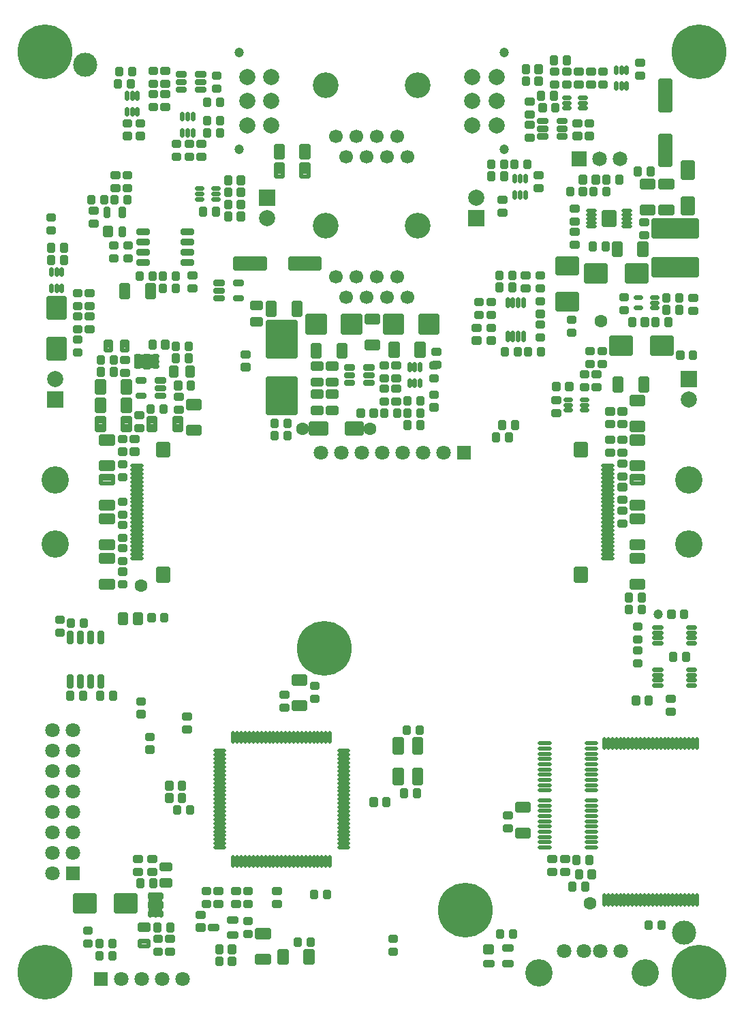
<source format=gts>
G75*
%MOIN*%
%OFA0B0*%
%FSLAX25Y25*%
%IPPOS*%
%LPD*%
%AMOC8*
5,1,8,0,0,1.08239X$1,22.5*
%
%ADD10C,0.01890*%
%ADD11C,0.02165*%
%ADD12C,0.01969*%
%ADD13C,0.01984*%
%ADD14C,0.02333*%
%ADD15C,0.02025*%
%ADD16C,0.02183*%
%ADD17C,0.02061*%
%ADD18C,0.02283*%
%ADD19C,0.02295*%
%ADD20C,0.04724*%
%ADD21C,0.02323*%
%ADD22C,0.02031*%
%ADD23C,0.02243*%
%ADD24C,0.01843*%
%ADD25C,0.02299*%
%ADD26C,0.02035*%
%ADD27C,0.06693*%
%ADD28C,0.12598*%
%ADD29C,0.26772*%
%ADD30C,0.07874*%
%ADD31R,0.07874X0.07874*%
%ADD32C,0.01924*%
%ADD33C,0.02362*%
%ADD34C,0.02232*%
%ADD35R,0.12205X0.07087*%
%ADD36C,0.01870*%
%ADD37C,0.01879*%
%ADD38C,0.01857*%
%ADD39R,0.07087X0.12205*%
%ADD40R,0.07087X0.07087*%
%ADD41C,0.07087*%
%ADD42C,0.13386*%
%ADD43C,0.01956*%
%ADD44C,0.01973*%
%ADD45C,0.02039*%
%ADD46C,0.07087*%
%ADD47R,0.07187X0.07187*%
%ADD48C,0.07187*%
%ADD49R,0.07087X0.07087*%
%ADD50C,0.06299*%
%ADD51C,0.11811*%
D10*
X0253504Y0206017D02*
X0257874Y0206017D01*
X0257874Y0207986D02*
X0253504Y0207986D01*
X0253504Y0209954D02*
X0257874Y0209954D01*
X0257874Y0211923D02*
X0253504Y0211923D01*
X0253504Y0213891D02*
X0257874Y0213891D01*
X0257874Y0215860D02*
X0253504Y0215860D01*
X0253504Y0217828D02*
X0257874Y0217828D01*
X0257874Y0219797D02*
X0253504Y0219797D01*
X0253504Y0221765D02*
X0257874Y0221765D01*
X0257874Y0223734D02*
X0253504Y0223734D01*
X0253504Y0225702D02*
X0257874Y0225702D01*
X0257874Y0227671D02*
X0253504Y0227671D01*
X0253504Y0229639D02*
X0257874Y0229639D01*
X0257874Y0231608D02*
X0253504Y0231608D01*
X0253504Y0233576D02*
X0257874Y0233576D01*
X0257874Y0235545D02*
X0253504Y0235545D01*
X0253504Y0237513D02*
X0257874Y0237513D01*
X0257874Y0239482D02*
X0253504Y0239482D01*
X0253504Y0241450D02*
X0257874Y0241450D01*
X0257874Y0243419D02*
X0253504Y0243419D01*
X0253504Y0245387D02*
X0257874Y0245387D01*
X0257874Y0247356D02*
X0253504Y0247356D01*
X0253504Y0249324D02*
X0257874Y0249324D01*
X0257874Y0251293D02*
X0253504Y0251293D01*
X0253504Y0253261D02*
X0257874Y0253261D01*
X0262382Y0257769D02*
X0262382Y0262139D01*
X0264350Y0262139D02*
X0264350Y0257769D01*
X0266319Y0257769D02*
X0266319Y0262139D01*
X0268287Y0262139D02*
X0268287Y0257769D01*
X0270256Y0257769D02*
X0270256Y0262139D01*
X0272224Y0262139D02*
X0272224Y0257769D01*
X0274193Y0257769D02*
X0274193Y0262139D01*
X0276161Y0262139D02*
X0276161Y0257769D01*
X0278130Y0257769D02*
X0278130Y0262139D01*
X0280098Y0262139D02*
X0280098Y0257769D01*
X0282067Y0257769D02*
X0282067Y0262139D01*
X0284035Y0262139D02*
X0284035Y0257769D01*
X0286004Y0257769D02*
X0286004Y0262139D01*
X0287972Y0262139D02*
X0287972Y0257769D01*
X0289941Y0257769D02*
X0289941Y0262139D01*
X0291909Y0262139D02*
X0291909Y0257769D01*
X0293878Y0257769D02*
X0293878Y0262139D01*
X0295846Y0262139D02*
X0295846Y0257769D01*
X0297815Y0257769D02*
X0297815Y0262139D01*
X0299783Y0262139D02*
X0299783Y0257769D01*
X0301752Y0257769D02*
X0301752Y0262139D01*
X0303720Y0262139D02*
X0303720Y0257769D01*
X0305689Y0257769D02*
X0305689Y0262139D01*
X0307657Y0262139D02*
X0307657Y0257769D01*
X0309626Y0257769D02*
X0309626Y0262139D01*
X0314134Y0253261D02*
X0318504Y0253261D01*
X0318504Y0251293D02*
X0314134Y0251293D01*
X0314134Y0249324D02*
X0318504Y0249324D01*
X0318504Y0247356D02*
X0314134Y0247356D01*
X0314134Y0245387D02*
X0318504Y0245387D01*
X0318504Y0243419D02*
X0314134Y0243419D01*
X0314134Y0241450D02*
X0318504Y0241450D01*
X0318504Y0239482D02*
X0314134Y0239482D01*
X0314134Y0237513D02*
X0318504Y0237513D01*
X0318504Y0235545D02*
X0314134Y0235545D01*
X0314134Y0233576D02*
X0318504Y0233576D01*
X0318504Y0231608D02*
X0314134Y0231608D01*
X0314134Y0229639D02*
X0318504Y0229639D01*
X0318504Y0227671D02*
X0314134Y0227671D01*
X0314134Y0225702D02*
X0318504Y0225702D01*
X0318504Y0223734D02*
X0314134Y0223734D01*
X0314134Y0221765D02*
X0318504Y0221765D01*
X0318504Y0219797D02*
X0314134Y0219797D01*
X0314134Y0217828D02*
X0318504Y0217828D01*
X0318504Y0215860D02*
X0314134Y0215860D01*
X0314134Y0213891D02*
X0318504Y0213891D01*
X0318504Y0211923D02*
X0314134Y0211923D01*
X0314134Y0209954D02*
X0318504Y0209954D01*
X0318504Y0207986D02*
X0314134Y0207986D01*
X0314134Y0206017D02*
X0318504Y0206017D01*
X0309626Y0201509D02*
X0309626Y0197139D01*
X0307657Y0197139D02*
X0307657Y0201509D01*
X0305689Y0201509D02*
X0305689Y0197139D01*
X0303720Y0197139D02*
X0303720Y0201509D01*
X0301752Y0201509D02*
X0301752Y0197139D01*
X0299783Y0197139D02*
X0299783Y0201509D01*
X0297815Y0201509D02*
X0297815Y0197139D01*
X0295846Y0197139D02*
X0295846Y0201509D01*
X0293878Y0201509D02*
X0293878Y0197139D01*
X0291909Y0197139D02*
X0291909Y0201509D01*
X0289941Y0201509D02*
X0289941Y0197139D01*
X0287972Y0197139D02*
X0287972Y0201509D01*
X0286004Y0201509D02*
X0286004Y0197139D01*
X0284035Y0197139D02*
X0284035Y0201509D01*
X0282067Y0201509D02*
X0282067Y0197139D01*
X0280098Y0197139D02*
X0280098Y0201509D01*
X0278130Y0201509D02*
X0278130Y0197139D01*
X0276161Y0197139D02*
X0276161Y0201509D01*
X0274193Y0201509D02*
X0274193Y0197139D01*
X0272224Y0197139D02*
X0272224Y0201509D01*
X0270256Y0201509D02*
X0270256Y0197139D01*
X0268287Y0197139D02*
X0268287Y0201509D01*
X0266319Y0201509D02*
X0266319Y0197139D01*
X0264350Y0197139D02*
X0264350Y0201509D01*
X0262382Y0201509D02*
X0262382Y0197139D01*
X0443878Y0182631D02*
X0443878Y0178223D01*
X0445846Y0178223D02*
X0445846Y0182631D01*
X0447815Y0182631D02*
X0447815Y0178223D01*
X0449783Y0178223D02*
X0449783Y0182631D01*
X0451752Y0182631D02*
X0451752Y0178223D01*
X0453720Y0178223D02*
X0453720Y0182631D01*
X0455689Y0182631D02*
X0455689Y0178223D01*
X0457657Y0178223D02*
X0457657Y0182631D01*
X0459626Y0182631D02*
X0459626Y0178223D01*
X0461594Y0178223D02*
X0461594Y0182631D01*
X0463563Y0182631D02*
X0463563Y0178223D01*
X0465531Y0178223D02*
X0465531Y0182631D01*
X0467500Y0182631D02*
X0467500Y0178223D01*
X0469468Y0178223D02*
X0469468Y0182631D01*
X0471437Y0182631D02*
X0471437Y0178223D01*
X0473405Y0178223D02*
X0473405Y0182631D01*
X0475374Y0182631D02*
X0475374Y0178223D01*
X0477342Y0178223D02*
X0477342Y0182631D01*
X0479311Y0182631D02*
X0479311Y0178223D01*
X0481279Y0178223D02*
X0481279Y0182631D01*
X0483248Y0182631D02*
X0483248Y0178223D01*
X0485216Y0178223D02*
X0485216Y0182631D01*
X0487185Y0182631D02*
X0487185Y0178223D01*
X0489153Y0178223D02*
X0489153Y0182631D01*
X0489153Y0254601D02*
X0489153Y0259009D01*
X0487185Y0259009D02*
X0487185Y0254601D01*
X0485216Y0254601D02*
X0485216Y0259009D01*
X0483248Y0259009D02*
X0483248Y0254601D01*
X0481279Y0254601D02*
X0481279Y0259009D01*
X0479311Y0259009D02*
X0479311Y0254601D01*
X0477342Y0254601D02*
X0477342Y0259009D01*
X0475374Y0259009D02*
X0475374Y0254601D01*
X0473405Y0254601D02*
X0473405Y0259009D01*
X0471437Y0259009D02*
X0471437Y0254601D01*
X0469468Y0254601D02*
X0469468Y0259009D01*
X0467500Y0259009D02*
X0467500Y0254601D01*
X0465531Y0254601D02*
X0465531Y0259009D01*
X0463563Y0259009D02*
X0463563Y0254601D01*
X0461594Y0254601D02*
X0461594Y0259009D01*
X0459626Y0259009D02*
X0459626Y0254601D01*
X0457657Y0254601D02*
X0457657Y0259009D01*
X0455689Y0259009D02*
X0455689Y0254601D01*
X0453720Y0254601D02*
X0453720Y0259009D01*
X0451752Y0259009D02*
X0451752Y0254601D01*
X0449783Y0254601D02*
X0449783Y0259009D01*
X0447815Y0259009D02*
X0447815Y0254601D01*
X0445846Y0254601D02*
X0445846Y0259009D01*
X0443878Y0259009D02*
X0443878Y0254601D01*
X0292933Y0418379D02*
X0292933Y0435387D01*
X0292933Y0418379D02*
X0279075Y0418379D01*
X0279075Y0435387D01*
X0292933Y0435387D01*
X0292933Y0420268D02*
X0279075Y0420268D01*
X0279075Y0422157D02*
X0292933Y0422157D01*
X0292933Y0424046D02*
X0279075Y0424046D01*
X0279075Y0425935D02*
X0292933Y0425935D01*
X0292933Y0427824D02*
X0279075Y0427824D01*
X0279075Y0429713D02*
X0292933Y0429713D01*
X0292933Y0431602D02*
X0279075Y0431602D01*
X0279075Y0433491D02*
X0292933Y0433491D01*
X0292933Y0435380D02*
X0279075Y0435380D01*
X0292933Y0445939D02*
X0292933Y0462947D01*
X0292933Y0445939D02*
X0279075Y0445939D01*
X0279075Y0462947D01*
X0292933Y0462947D01*
X0292933Y0447828D02*
X0279075Y0447828D01*
X0279075Y0449717D02*
X0292933Y0449717D01*
X0292933Y0451606D02*
X0279075Y0451606D01*
X0279075Y0453495D02*
X0292933Y0453495D01*
X0292933Y0455384D02*
X0279075Y0455384D01*
X0279075Y0457273D02*
X0292933Y0457273D01*
X0292933Y0459162D02*
X0279075Y0459162D01*
X0279075Y0461051D02*
X0292933Y0461051D01*
X0292933Y0462940D02*
X0279075Y0462940D01*
D11*
X0412283Y0257002D02*
X0417205Y0257002D01*
X0412283Y0257002D02*
X0412283Y0257002D01*
X0417205Y0257002D01*
X0417205Y0257002D01*
X0417205Y0254443D02*
X0412283Y0254443D01*
X0412283Y0254443D01*
X0417205Y0254443D01*
X0417205Y0254443D01*
X0417205Y0251883D02*
X0412283Y0251883D01*
X0412283Y0251883D01*
X0417205Y0251883D01*
X0417205Y0251883D01*
X0417205Y0249324D02*
X0412283Y0249324D01*
X0412283Y0249324D01*
X0417205Y0249324D01*
X0417205Y0249324D01*
X0417205Y0246765D02*
X0412283Y0246765D01*
X0412283Y0246765D01*
X0417205Y0246765D01*
X0417205Y0246765D01*
X0417205Y0244206D02*
X0412283Y0244206D01*
X0412283Y0244206D01*
X0417205Y0244206D01*
X0417205Y0244206D01*
X0417205Y0241647D02*
X0412283Y0241647D01*
X0412283Y0241647D01*
X0417205Y0241647D01*
X0417205Y0241647D01*
X0417205Y0239088D02*
X0412283Y0239088D01*
X0412283Y0239088D01*
X0417205Y0239088D01*
X0417205Y0239088D01*
X0417205Y0236529D02*
X0412283Y0236529D01*
X0412283Y0236529D01*
X0417205Y0236529D01*
X0417205Y0236529D01*
X0417205Y0233970D02*
X0412283Y0233970D01*
X0412283Y0233970D01*
X0417205Y0233970D01*
X0417205Y0233970D01*
X0417205Y0229049D02*
X0412283Y0229049D01*
X0412283Y0229049D01*
X0417205Y0229049D01*
X0417205Y0229049D01*
X0417205Y0226490D02*
X0412283Y0226490D01*
X0412283Y0226490D01*
X0417205Y0226490D01*
X0417205Y0226490D01*
X0417205Y0223931D02*
X0412283Y0223931D01*
X0412283Y0223931D01*
X0417205Y0223931D01*
X0417205Y0223931D01*
X0417205Y0221372D02*
X0412283Y0221372D01*
X0412283Y0221372D01*
X0417205Y0221372D01*
X0417205Y0221372D01*
X0417205Y0218813D02*
X0412283Y0218813D01*
X0412283Y0218813D01*
X0417205Y0218813D01*
X0417205Y0218813D01*
X0417205Y0216254D02*
X0412283Y0216254D01*
X0412283Y0216254D01*
X0417205Y0216254D01*
X0417205Y0216254D01*
X0417205Y0213694D02*
X0412283Y0213694D01*
X0412283Y0213694D01*
X0417205Y0213694D01*
X0417205Y0213694D01*
X0417205Y0211135D02*
X0412283Y0211135D01*
X0412283Y0211135D01*
X0417205Y0211135D01*
X0417205Y0211135D01*
X0417205Y0208576D02*
X0412283Y0208576D01*
X0412283Y0208576D01*
X0417205Y0208576D01*
X0417205Y0208576D01*
X0417205Y0206017D02*
X0412283Y0206017D01*
X0412283Y0206017D01*
X0417205Y0206017D01*
X0417205Y0206017D01*
X0435118Y0206017D02*
X0440040Y0206017D01*
X0435118Y0206017D02*
X0435118Y0206017D01*
X0440040Y0206017D01*
X0440040Y0206017D01*
X0440040Y0208576D02*
X0435118Y0208576D01*
X0435118Y0208576D01*
X0440040Y0208576D01*
X0440040Y0208576D01*
X0440040Y0211135D02*
X0435118Y0211135D01*
X0435118Y0211135D01*
X0440040Y0211135D01*
X0440040Y0211135D01*
X0440040Y0213694D02*
X0435118Y0213694D01*
X0435118Y0213694D01*
X0440040Y0213694D01*
X0440040Y0213694D01*
X0440040Y0216254D02*
X0435118Y0216254D01*
X0435118Y0216254D01*
X0440040Y0216254D01*
X0440040Y0216254D01*
X0440040Y0218813D02*
X0435118Y0218813D01*
X0435118Y0218813D01*
X0440040Y0218813D01*
X0440040Y0218813D01*
X0440040Y0221372D02*
X0435118Y0221372D01*
X0435118Y0221372D01*
X0440040Y0221372D01*
X0440040Y0221372D01*
X0440040Y0223931D02*
X0435118Y0223931D01*
X0435118Y0223931D01*
X0440040Y0223931D01*
X0440040Y0223931D01*
X0440040Y0226490D02*
X0435118Y0226490D01*
X0435118Y0226490D01*
X0440040Y0226490D01*
X0440040Y0226490D01*
X0440040Y0229049D02*
X0435118Y0229049D01*
X0435118Y0229049D01*
X0440040Y0229049D01*
X0440040Y0229049D01*
X0440040Y0233970D02*
X0435118Y0233970D01*
X0435118Y0233970D01*
X0440040Y0233970D01*
X0440040Y0233970D01*
X0440040Y0236529D02*
X0435118Y0236529D01*
X0435118Y0236529D01*
X0440040Y0236529D01*
X0440040Y0236529D01*
X0440040Y0239088D02*
X0435118Y0239088D01*
X0435118Y0239088D01*
X0440040Y0239088D01*
X0440040Y0239088D01*
X0440040Y0241647D02*
X0435118Y0241647D01*
X0435118Y0241647D01*
X0440040Y0241647D01*
X0440040Y0241647D01*
X0440040Y0244206D02*
X0435118Y0244206D01*
X0435118Y0244206D01*
X0440040Y0244206D01*
X0440040Y0244206D01*
X0440040Y0246765D02*
X0435118Y0246765D01*
X0435118Y0246765D01*
X0440040Y0246765D01*
X0440040Y0246765D01*
X0440040Y0249324D02*
X0435118Y0249324D01*
X0435118Y0249324D01*
X0440040Y0249324D01*
X0440040Y0249324D01*
X0440040Y0251883D02*
X0435118Y0251883D01*
X0435118Y0251883D01*
X0440040Y0251883D01*
X0440040Y0251883D01*
X0440040Y0254443D02*
X0435118Y0254443D01*
X0435118Y0254443D01*
X0440040Y0254443D01*
X0440040Y0254443D01*
X0440040Y0257002D02*
X0435118Y0257002D01*
X0435118Y0257002D01*
X0440040Y0257002D01*
X0440040Y0257002D01*
D12*
X0443091Y0347356D02*
X0443091Y0347356D01*
X0447815Y0347356D01*
X0447815Y0347356D01*
X0443091Y0347356D01*
X0443091Y0349324D02*
X0443091Y0349324D01*
X0447815Y0349324D01*
X0447815Y0349324D01*
X0443091Y0349324D01*
X0443091Y0351293D02*
X0443091Y0351293D01*
X0447815Y0351293D01*
X0447815Y0351293D01*
X0443091Y0351293D01*
X0443091Y0353261D02*
X0443091Y0353261D01*
X0447815Y0353261D01*
X0447815Y0353261D01*
X0443091Y0353261D01*
X0443091Y0355230D02*
X0443091Y0355230D01*
X0447815Y0355230D01*
X0447815Y0355230D01*
X0443091Y0355230D01*
X0443091Y0357198D02*
X0443091Y0357198D01*
X0447815Y0357198D01*
X0447815Y0357198D01*
X0443091Y0357198D01*
X0443091Y0359167D02*
X0443091Y0359167D01*
X0447815Y0359167D01*
X0447815Y0359167D01*
X0443091Y0359167D01*
X0443091Y0361135D02*
X0443091Y0361135D01*
X0447815Y0361135D01*
X0447815Y0361135D01*
X0443091Y0361135D01*
X0443091Y0363104D02*
X0443091Y0363104D01*
X0447815Y0363104D01*
X0447815Y0363104D01*
X0443091Y0363104D01*
X0443091Y0365072D02*
X0443091Y0365072D01*
X0447815Y0365072D01*
X0447815Y0365072D01*
X0443091Y0365072D01*
X0443091Y0367041D02*
X0443091Y0367041D01*
X0447815Y0367041D01*
X0447815Y0367041D01*
X0443091Y0367041D01*
X0443091Y0369009D02*
X0443091Y0369009D01*
X0447815Y0369009D01*
X0447815Y0369009D01*
X0443091Y0369009D01*
X0443091Y0370978D02*
X0443091Y0370978D01*
X0447815Y0370978D01*
X0447815Y0370978D01*
X0443091Y0370978D01*
X0443091Y0372946D02*
X0443091Y0372946D01*
X0447815Y0372946D01*
X0447815Y0372946D01*
X0443091Y0372946D01*
X0443091Y0374915D02*
X0443091Y0374915D01*
X0447815Y0374915D01*
X0447815Y0374915D01*
X0443091Y0374915D01*
X0443091Y0376883D02*
X0443091Y0376883D01*
X0447815Y0376883D01*
X0447815Y0376883D01*
X0443091Y0376883D01*
X0443091Y0378852D02*
X0443091Y0378852D01*
X0447815Y0378852D01*
X0447815Y0378852D01*
X0443091Y0378852D01*
X0443091Y0380820D02*
X0443091Y0380820D01*
X0447815Y0380820D01*
X0447815Y0380820D01*
X0443091Y0380820D01*
X0443091Y0382789D02*
X0443091Y0382789D01*
X0447815Y0382789D01*
X0447815Y0382789D01*
X0443091Y0382789D01*
X0443091Y0384757D02*
X0443091Y0384757D01*
X0447815Y0384757D01*
X0447815Y0384757D01*
X0443091Y0384757D01*
X0443091Y0386726D02*
X0443091Y0386726D01*
X0447815Y0386726D01*
X0447815Y0386726D01*
X0443091Y0386726D01*
X0443091Y0388694D02*
X0443091Y0388694D01*
X0447815Y0388694D01*
X0447815Y0388694D01*
X0443091Y0388694D01*
X0443091Y0390663D02*
X0443091Y0390663D01*
X0447815Y0390663D01*
X0447815Y0390663D01*
X0443091Y0390663D01*
X0443091Y0392631D02*
X0443091Y0392631D01*
X0447815Y0392631D01*
X0447815Y0392631D01*
X0443091Y0392631D01*
X0439351Y0509561D02*
X0439351Y0509561D01*
X0435807Y0509561D01*
X0435807Y0509561D01*
X0439351Y0509561D01*
X0439351Y0511529D02*
X0439351Y0511529D01*
X0435807Y0511529D01*
X0435807Y0511529D01*
X0439351Y0511529D01*
X0439351Y0513498D02*
X0439351Y0513498D01*
X0435807Y0513498D01*
X0435807Y0513498D01*
X0439351Y0513498D01*
X0439351Y0515466D02*
X0439351Y0515466D01*
X0435807Y0515466D01*
X0435807Y0515466D01*
X0439351Y0515466D01*
X0439351Y0517435D02*
X0439351Y0517435D01*
X0435807Y0517435D01*
X0435807Y0517435D01*
X0439351Y0517435D01*
X0456673Y0517435D02*
X0456673Y0517435D01*
X0453129Y0517435D01*
X0453129Y0517435D01*
X0456673Y0517435D01*
X0453129Y0515466D02*
X0453129Y0515466D01*
X0456673Y0515466D01*
X0456673Y0515466D01*
X0453129Y0515466D01*
X0453129Y0513498D02*
X0453129Y0513498D01*
X0456673Y0513498D01*
X0456673Y0513498D01*
X0453129Y0513498D01*
X0456673Y0511529D02*
X0456673Y0511529D01*
X0453129Y0511529D01*
X0453129Y0511529D01*
X0456673Y0511529D01*
X0456673Y0509561D02*
X0456673Y0509561D01*
X0453129Y0509561D01*
X0453129Y0509561D01*
X0456673Y0509561D01*
X0217500Y0392631D02*
X0217500Y0392631D01*
X0212776Y0392631D01*
X0212776Y0392631D01*
X0217500Y0392631D01*
X0217500Y0390663D02*
X0217500Y0390663D01*
X0212776Y0390663D01*
X0212776Y0390663D01*
X0217500Y0390663D01*
X0217500Y0388694D02*
X0217500Y0388694D01*
X0212776Y0388694D01*
X0212776Y0388694D01*
X0217500Y0388694D01*
X0217500Y0386726D02*
X0217500Y0386726D01*
X0212776Y0386726D01*
X0212776Y0386726D01*
X0217500Y0386726D01*
X0217500Y0384757D02*
X0217500Y0384757D01*
X0212776Y0384757D01*
X0212776Y0384757D01*
X0217500Y0384757D01*
X0217500Y0382789D02*
X0217500Y0382789D01*
X0212776Y0382789D01*
X0212776Y0382789D01*
X0217500Y0382789D01*
X0217500Y0380820D02*
X0217500Y0380820D01*
X0212776Y0380820D01*
X0212776Y0380820D01*
X0217500Y0380820D01*
X0217500Y0378852D02*
X0217500Y0378852D01*
X0212776Y0378852D01*
X0212776Y0378852D01*
X0217500Y0378852D01*
X0217500Y0376883D02*
X0217500Y0376883D01*
X0212776Y0376883D01*
X0212776Y0376883D01*
X0217500Y0376883D01*
X0217500Y0374915D02*
X0217500Y0374915D01*
X0212776Y0374915D01*
X0212776Y0374915D01*
X0217500Y0374915D01*
X0217500Y0372946D02*
X0217500Y0372946D01*
X0212776Y0372946D01*
X0212776Y0372946D01*
X0217500Y0372946D01*
X0217500Y0370978D02*
X0217500Y0370978D01*
X0212776Y0370978D01*
X0212776Y0370978D01*
X0217500Y0370978D01*
X0217500Y0369009D02*
X0217500Y0369009D01*
X0212776Y0369009D01*
X0212776Y0369009D01*
X0217500Y0369009D01*
X0217500Y0367041D02*
X0217500Y0367041D01*
X0212776Y0367041D01*
X0212776Y0367041D01*
X0217500Y0367041D01*
X0217500Y0365072D02*
X0217500Y0365072D01*
X0212776Y0365072D01*
X0212776Y0365072D01*
X0217500Y0365072D01*
X0217500Y0363104D02*
X0217500Y0363104D01*
X0212776Y0363104D01*
X0212776Y0363104D01*
X0217500Y0363104D01*
X0217500Y0361135D02*
X0217500Y0361135D01*
X0212776Y0361135D01*
X0212776Y0361135D01*
X0217500Y0361135D01*
X0217500Y0359167D02*
X0217500Y0359167D01*
X0212776Y0359167D01*
X0212776Y0359167D01*
X0217500Y0359167D01*
X0217500Y0357198D02*
X0217500Y0357198D01*
X0212776Y0357198D01*
X0212776Y0357198D01*
X0217500Y0357198D01*
X0217500Y0355230D02*
X0217500Y0355230D01*
X0212776Y0355230D01*
X0212776Y0355230D01*
X0217500Y0355230D01*
X0217500Y0353261D02*
X0217500Y0353261D01*
X0212776Y0353261D01*
X0212776Y0353261D01*
X0217500Y0353261D01*
X0217500Y0351293D02*
X0217500Y0351293D01*
X0212776Y0351293D01*
X0212776Y0351293D01*
X0217500Y0351293D01*
X0217500Y0349324D02*
X0217500Y0349324D01*
X0212776Y0349324D01*
X0212776Y0349324D01*
X0217500Y0349324D01*
X0217500Y0347356D02*
X0217500Y0347356D01*
X0212776Y0347356D01*
X0212776Y0347356D01*
X0217500Y0347356D01*
D13*
X0230681Y0342427D02*
X0230681Y0336537D01*
X0225579Y0336537D01*
X0225579Y0342427D01*
X0230681Y0342427D01*
X0230681Y0338520D02*
X0225579Y0338520D01*
X0225579Y0340503D02*
X0230681Y0340503D01*
X0230681Y0397561D02*
X0230681Y0403451D01*
X0230681Y0397561D02*
X0225579Y0397561D01*
X0225579Y0403451D01*
X0230681Y0403451D01*
X0230681Y0399544D02*
X0225579Y0399544D01*
X0225579Y0401527D02*
X0230681Y0401527D01*
X0429909Y0403451D02*
X0429909Y0397561D01*
X0429909Y0403451D02*
X0435011Y0403451D01*
X0435011Y0397561D01*
X0429909Y0397561D01*
X0429909Y0399544D02*
X0435011Y0399544D01*
X0435011Y0401527D02*
X0429909Y0401527D01*
X0429909Y0342427D02*
X0429909Y0336537D01*
X0429909Y0342427D02*
X0435011Y0342427D01*
X0435011Y0336537D01*
X0429909Y0336537D01*
X0429909Y0338520D02*
X0435011Y0338520D01*
X0435011Y0340503D02*
X0429909Y0340503D01*
D14*
X0228125Y0426691D02*
X0228125Y0427469D01*
X0228125Y0426691D02*
X0224985Y0426691D01*
X0224985Y0427469D01*
X0228125Y0427469D01*
X0228125Y0430431D02*
X0228125Y0431209D01*
X0228125Y0430431D02*
X0224985Y0430431D01*
X0224985Y0431209D01*
X0228125Y0431209D01*
X0228125Y0434172D02*
X0228125Y0434950D01*
X0228125Y0434172D02*
X0224985Y0434172D01*
X0224985Y0434950D01*
X0228125Y0434950D01*
X0218676Y0434950D02*
X0218676Y0434172D01*
X0215536Y0434172D01*
X0215536Y0434950D01*
X0218676Y0434950D01*
X0218676Y0427469D02*
X0218676Y0426691D01*
X0215536Y0426691D01*
X0215536Y0427469D01*
X0218676Y0427469D01*
D15*
X0211744Y0434119D02*
X0208296Y0434119D01*
X0211744Y0434119D02*
X0211744Y0428309D01*
X0208296Y0428309D01*
X0208296Y0434119D01*
X0208296Y0430333D02*
X0211744Y0430333D01*
X0211744Y0432357D02*
X0208296Y0432357D01*
X0208296Y0425064D02*
X0211744Y0425064D01*
X0211744Y0419254D01*
X0208296Y0419254D01*
X0208296Y0425064D01*
X0208296Y0421278D02*
X0211744Y0421278D01*
X0211744Y0423302D02*
X0208296Y0423302D01*
X0208296Y0416009D02*
X0211744Y0416009D01*
X0211744Y0410199D01*
X0208296Y0410199D01*
X0208296Y0416009D01*
X0208296Y0412223D02*
X0211744Y0412223D01*
X0211744Y0414247D02*
X0208296Y0414247D01*
X0199145Y0416009D02*
X0195697Y0416009D01*
X0199145Y0416009D02*
X0199145Y0410199D01*
X0195697Y0410199D01*
X0195697Y0416009D01*
X0195697Y0412223D02*
X0199145Y0412223D01*
X0199145Y0414247D02*
X0195697Y0414247D01*
X0195697Y0425064D02*
X0199145Y0425064D01*
X0199145Y0419254D01*
X0195697Y0419254D01*
X0195697Y0425064D01*
X0195697Y0421278D02*
X0199145Y0421278D01*
X0199145Y0423302D02*
X0195697Y0423302D01*
X0195697Y0434119D02*
X0199145Y0434119D01*
X0199145Y0428309D01*
X0195697Y0428309D01*
X0195697Y0434119D01*
X0195697Y0430333D02*
X0199145Y0430333D01*
X0199145Y0432357D02*
X0195697Y0432357D01*
X0197666Y0406954D02*
X0197666Y0403506D01*
X0197666Y0406954D02*
X0203476Y0406954D01*
X0203476Y0403506D01*
X0197666Y0403506D01*
X0197666Y0405530D02*
X0203476Y0405530D01*
X0197666Y0394355D02*
X0197666Y0390907D01*
X0197666Y0394355D02*
X0203476Y0394355D01*
X0203476Y0390907D01*
X0197666Y0390907D01*
X0197666Y0392931D02*
X0203476Y0392931D01*
X0203476Y0387663D02*
X0203476Y0384215D01*
X0197666Y0384215D01*
X0197666Y0387663D01*
X0203476Y0387663D01*
X0203476Y0386239D02*
X0197666Y0386239D01*
X0203476Y0375064D02*
X0203476Y0371616D01*
X0197666Y0371616D01*
X0197666Y0375064D01*
X0203476Y0375064D01*
X0203476Y0373640D02*
X0197666Y0373640D01*
X0203476Y0368371D02*
X0203476Y0364923D01*
X0197666Y0364923D01*
X0197666Y0368371D01*
X0203476Y0368371D01*
X0203476Y0366947D02*
X0197666Y0366947D01*
X0203476Y0355773D02*
X0203476Y0352325D01*
X0197666Y0352325D01*
X0197666Y0355773D01*
X0203476Y0355773D01*
X0203476Y0354349D02*
X0197666Y0354349D01*
X0203476Y0349080D02*
X0203476Y0345632D01*
X0197666Y0345632D01*
X0197666Y0349080D01*
X0203476Y0349080D01*
X0203476Y0347656D02*
X0197666Y0347656D01*
X0203476Y0336481D02*
X0203476Y0333033D01*
X0197666Y0333033D01*
X0197666Y0336481D01*
X0203476Y0336481D01*
X0203476Y0335057D02*
X0197666Y0335057D01*
X0220894Y0410199D02*
X0224342Y0410199D01*
X0220894Y0410199D02*
X0220894Y0416009D01*
X0224342Y0416009D01*
X0224342Y0410199D01*
X0224342Y0412223D02*
X0220894Y0412223D01*
X0220894Y0414247D02*
X0224342Y0414247D01*
X0233492Y0410199D02*
X0236940Y0410199D01*
X0233492Y0410199D02*
X0233492Y0416009D01*
X0236940Y0416009D01*
X0236940Y0410199D01*
X0236940Y0412223D02*
X0233492Y0412223D01*
X0233492Y0414247D02*
X0236940Y0414247D01*
X0240185Y0411678D02*
X0240185Y0408230D01*
X0240185Y0411678D02*
X0245995Y0411678D01*
X0245995Y0408230D01*
X0240185Y0408230D01*
X0240185Y0410254D02*
X0245995Y0410254D01*
X0240185Y0420829D02*
X0240185Y0424277D01*
X0245995Y0424277D01*
X0245995Y0420829D01*
X0240185Y0420829D01*
X0240185Y0422853D02*
X0245995Y0422853D01*
X0279162Y0466498D02*
X0282610Y0466498D01*
X0279162Y0466498D02*
X0279162Y0472308D01*
X0282610Y0472308D01*
X0282610Y0466498D01*
X0282610Y0468522D02*
X0279162Y0468522D01*
X0279162Y0470546D02*
X0282610Y0470546D01*
X0291760Y0466498D02*
X0295208Y0466498D01*
X0291760Y0466498D02*
X0291760Y0472308D01*
X0295208Y0472308D01*
X0295208Y0466498D01*
X0295208Y0468522D02*
X0291760Y0468522D01*
X0291760Y0470546D02*
X0295208Y0470546D01*
X0301209Y0451836D02*
X0304657Y0451836D01*
X0304657Y0446026D01*
X0301209Y0446026D01*
X0301209Y0451836D01*
X0301209Y0448050D02*
X0304657Y0448050D01*
X0304657Y0450074D02*
X0301209Y0450074D01*
X0313807Y0451836D02*
X0317255Y0451836D01*
X0317255Y0446026D01*
X0313807Y0446026D01*
X0313807Y0451836D01*
X0313807Y0448050D02*
X0317255Y0448050D01*
X0317255Y0450074D02*
X0313807Y0450074D01*
X0333397Y0449963D02*
X0333397Y0453411D01*
X0333397Y0449963D02*
X0327587Y0449963D01*
X0327587Y0453411D01*
X0333397Y0453411D01*
X0333397Y0451987D02*
X0327587Y0451987D01*
X0333397Y0462561D02*
X0333397Y0466009D01*
X0333397Y0462561D02*
X0327587Y0462561D01*
X0327587Y0466009D01*
X0333397Y0466009D01*
X0333397Y0464585D02*
X0327587Y0464585D01*
X0339398Y0446419D02*
X0342846Y0446419D01*
X0339398Y0446419D02*
X0339398Y0452229D01*
X0342846Y0452229D01*
X0342846Y0446419D01*
X0342846Y0448443D02*
X0339398Y0448443D01*
X0339398Y0450467D02*
X0342846Y0450467D01*
X0351996Y0446419D02*
X0355444Y0446419D01*
X0351996Y0446419D02*
X0351996Y0452229D01*
X0355444Y0452229D01*
X0355444Y0446419D01*
X0355444Y0448443D02*
X0351996Y0448443D01*
X0351996Y0450467D02*
X0355444Y0450467D01*
X0448847Y0435300D02*
X0452295Y0435300D01*
X0452295Y0429490D01*
X0448847Y0429490D01*
X0448847Y0435300D01*
X0448847Y0431514D02*
X0452295Y0431514D01*
X0452295Y0433538D02*
X0448847Y0433538D01*
X0462925Y0426245D02*
X0462925Y0422797D01*
X0457115Y0422797D01*
X0457115Y0426245D01*
X0462925Y0426245D01*
X0462925Y0424821D02*
X0457115Y0424821D01*
X0461445Y0435300D02*
X0464893Y0435300D01*
X0464893Y0429490D01*
X0461445Y0429490D01*
X0461445Y0435300D01*
X0461445Y0431514D02*
X0464893Y0431514D01*
X0464893Y0433538D02*
X0461445Y0433538D01*
X0462925Y0413647D02*
X0462925Y0410199D01*
X0457115Y0410199D01*
X0457115Y0413647D01*
X0462925Y0413647D01*
X0462925Y0412223D02*
X0457115Y0412223D01*
X0457115Y0406954D02*
X0457115Y0403506D01*
X0457115Y0406954D02*
X0462925Y0406954D01*
X0462925Y0403506D01*
X0457115Y0403506D01*
X0457115Y0405530D02*
X0462925Y0405530D01*
X0457115Y0394355D02*
X0457115Y0390907D01*
X0457115Y0394355D02*
X0462925Y0394355D01*
X0462925Y0390907D01*
X0457115Y0390907D01*
X0457115Y0392931D02*
X0462925Y0392931D01*
X0457115Y0387663D02*
X0457115Y0384215D01*
X0457115Y0387663D02*
X0462925Y0387663D01*
X0462925Y0384215D01*
X0457115Y0384215D01*
X0457115Y0386239D02*
X0462925Y0386239D01*
X0457115Y0375064D02*
X0457115Y0371616D01*
X0457115Y0375064D02*
X0462925Y0375064D01*
X0462925Y0371616D01*
X0457115Y0371616D01*
X0457115Y0373640D02*
X0462925Y0373640D01*
X0457115Y0368371D02*
X0457115Y0364923D01*
X0457115Y0368371D02*
X0462925Y0368371D01*
X0462925Y0364923D01*
X0457115Y0364923D01*
X0457115Y0366947D02*
X0462925Y0366947D01*
X0457115Y0355773D02*
X0457115Y0352325D01*
X0457115Y0355773D02*
X0462925Y0355773D01*
X0462925Y0352325D01*
X0457115Y0352325D01*
X0457115Y0354349D02*
X0462925Y0354349D01*
X0457115Y0349080D02*
X0457115Y0345632D01*
X0457115Y0349080D02*
X0462925Y0349080D01*
X0462925Y0345632D01*
X0457115Y0345632D01*
X0457115Y0347656D02*
X0462925Y0347656D01*
X0457115Y0336481D02*
X0457115Y0333033D01*
X0457115Y0336481D02*
X0462925Y0336481D01*
X0462925Y0333033D01*
X0457115Y0333033D01*
X0457115Y0335057D02*
X0462925Y0335057D01*
X0407019Y0227426D02*
X0407019Y0223978D01*
X0401209Y0223978D01*
X0401209Y0227426D01*
X0407019Y0227426D01*
X0407019Y0226002D02*
X0401209Y0226002D01*
X0407019Y0214828D02*
X0407019Y0211380D01*
X0401209Y0211380D01*
X0401209Y0214828D01*
X0407019Y0214828D01*
X0407019Y0213404D02*
X0401209Y0213404D01*
X0301114Y0149569D02*
X0297666Y0149569D01*
X0297666Y0155379D01*
X0301114Y0155379D01*
X0301114Y0149569D01*
X0301114Y0151593D02*
X0297666Y0151593D01*
X0297666Y0153617D02*
X0301114Y0153617D01*
X0288515Y0149569D02*
X0285067Y0149569D01*
X0285067Y0155379D01*
X0288515Y0155379D01*
X0288515Y0149569D01*
X0288515Y0151593D02*
X0285067Y0151593D01*
X0285067Y0153617D02*
X0288515Y0153617D01*
X0274044Y0153017D02*
X0274044Y0149569D01*
X0274044Y0153017D02*
X0279854Y0153017D01*
X0279854Y0149569D01*
X0274044Y0149569D01*
X0274044Y0151593D02*
X0279854Y0151593D01*
X0274044Y0162167D02*
X0274044Y0165615D01*
X0279854Y0165615D01*
X0279854Y0162167D01*
X0274044Y0162167D01*
X0274044Y0164191D02*
X0279854Y0164191D01*
X0297570Y0273585D02*
X0297570Y0277033D01*
X0297570Y0273585D02*
X0291760Y0273585D01*
X0291760Y0277033D01*
X0297570Y0277033D01*
X0297570Y0275609D02*
X0291760Y0275609D01*
X0297570Y0286183D02*
X0297570Y0289631D01*
X0297570Y0286183D02*
X0291760Y0286183D01*
X0291760Y0289631D01*
X0297570Y0289631D01*
X0297570Y0288207D02*
X0291760Y0288207D01*
X0223555Y0480970D02*
X0220107Y0480970D01*
X0223555Y0480970D02*
X0223555Y0475160D01*
X0220107Y0475160D01*
X0220107Y0480970D01*
X0220107Y0477184D02*
X0223555Y0477184D01*
X0223555Y0479208D02*
X0220107Y0479208D01*
X0210956Y0480970D02*
X0207508Y0480970D01*
X0210956Y0480970D02*
X0210956Y0475160D01*
X0207508Y0475160D01*
X0207508Y0480970D01*
X0207508Y0477184D02*
X0210956Y0477184D01*
X0210956Y0479208D02*
X0207508Y0479208D01*
X0283099Y0534215D02*
X0286547Y0534215D01*
X0283099Y0534215D02*
X0283099Y0540025D01*
X0286547Y0540025D01*
X0286547Y0534215D01*
X0286547Y0536239D02*
X0283099Y0536239D01*
X0283099Y0538263D02*
X0286547Y0538263D01*
X0286547Y0543270D02*
X0283099Y0543270D01*
X0283099Y0549080D01*
X0286547Y0549080D01*
X0286547Y0543270D01*
X0286547Y0545294D02*
X0283099Y0545294D01*
X0283099Y0547318D02*
X0286547Y0547318D01*
X0295697Y0543270D02*
X0299145Y0543270D01*
X0295697Y0543270D02*
X0295697Y0549080D01*
X0299145Y0549080D01*
X0299145Y0543270D01*
X0299145Y0545294D02*
X0295697Y0545294D01*
X0295697Y0547318D02*
X0299145Y0547318D01*
X0299145Y0534215D02*
X0295697Y0534215D01*
X0295697Y0540025D01*
X0299145Y0540025D01*
X0299145Y0534215D01*
X0299145Y0536239D02*
X0295697Y0536239D01*
X0295697Y0538263D02*
X0299145Y0538263D01*
X0448453Y0501442D02*
X0451901Y0501442D01*
X0451901Y0495632D01*
X0448453Y0495632D01*
X0448453Y0501442D01*
X0448453Y0497656D02*
X0451901Y0497656D01*
X0451901Y0499680D02*
X0448453Y0499680D01*
X0461051Y0501442D02*
X0464499Y0501442D01*
X0464499Y0495632D01*
X0461051Y0495632D01*
X0461051Y0501442D01*
X0461051Y0497656D02*
X0464499Y0497656D01*
X0464499Y0499680D02*
X0461051Y0499680D01*
X0468043Y0516104D02*
X0468043Y0519552D01*
X0468043Y0516104D02*
X0462233Y0516104D01*
X0462233Y0519552D01*
X0468043Y0519552D01*
X0468043Y0518128D02*
X0462233Y0518128D01*
X0477098Y0519552D02*
X0477098Y0516104D01*
X0471288Y0516104D01*
X0471288Y0519552D01*
X0477098Y0519552D01*
X0477098Y0518128D02*
X0471288Y0518128D01*
X0477098Y0528703D02*
X0477098Y0532151D01*
X0477098Y0528703D02*
X0471288Y0528703D01*
X0471288Y0532151D01*
X0477098Y0532151D01*
X0477098Y0530727D02*
X0471288Y0530727D01*
X0468043Y0532151D02*
X0468043Y0528703D01*
X0462233Y0528703D01*
X0462233Y0532151D01*
X0468043Y0532151D01*
X0468043Y0530727D02*
X0462233Y0530727D01*
D16*
X0460878Y0537977D02*
X0459162Y0537977D01*
X0460878Y0537977D02*
X0460878Y0535475D01*
X0459162Y0535475D01*
X0459162Y0537977D01*
X0459162Y0537657D02*
X0460878Y0537657D01*
X0465461Y0537977D02*
X0467177Y0537977D01*
X0467177Y0535475D01*
X0465461Y0535475D01*
X0465461Y0537977D01*
X0465461Y0537657D02*
X0467177Y0537657D01*
X0451822Y0534040D02*
X0450106Y0534040D01*
X0451822Y0534040D02*
X0451822Y0531538D01*
X0450106Y0531538D01*
X0450106Y0534040D01*
X0450106Y0533720D02*
X0451822Y0533720D01*
X0445523Y0534040D02*
X0443807Y0534040D01*
X0445523Y0534040D02*
X0445523Y0531538D01*
X0443807Y0531538D01*
X0443807Y0534040D01*
X0443807Y0533720D02*
X0445523Y0533720D01*
X0440405Y0531538D02*
X0438689Y0531538D01*
X0438689Y0534040D01*
X0440405Y0534040D01*
X0440405Y0531538D01*
X0440405Y0533720D02*
X0438689Y0533720D01*
X0434106Y0531538D02*
X0432390Y0531538D01*
X0432390Y0534040D01*
X0434106Y0534040D01*
X0434106Y0531538D01*
X0434106Y0533720D02*
X0432390Y0533720D01*
X0432390Y0525632D02*
X0434106Y0525632D01*
X0432390Y0525632D02*
X0432390Y0528134D01*
X0434106Y0528134D01*
X0434106Y0525632D01*
X0434106Y0527814D02*
X0432390Y0527814D01*
X0427807Y0525632D02*
X0426091Y0525632D01*
X0426091Y0528134D01*
X0427807Y0528134D01*
X0427807Y0525632D01*
X0427807Y0527814D02*
X0426091Y0527814D01*
X0428060Y0519474D02*
X0428060Y0517758D01*
X0428060Y0519474D02*
X0430562Y0519474D01*
X0430562Y0517758D01*
X0428060Y0517758D01*
X0428060Y0513175D02*
X0428060Y0511459D01*
X0428060Y0513175D02*
X0430562Y0513175D01*
X0430562Y0511459D01*
X0428060Y0511459D01*
X0430562Y0508056D02*
X0430562Y0506340D01*
X0428060Y0506340D01*
X0428060Y0508056D01*
X0430562Y0508056D01*
X0430562Y0501757D02*
X0430562Y0500041D01*
X0428060Y0500041D01*
X0428060Y0501757D01*
X0430562Y0501757D01*
X0437114Y0498861D02*
X0438830Y0498861D01*
X0437114Y0498861D02*
X0437114Y0501363D01*
X0438830Y0501363D01*
X0438830Y0498861D01*
X0438830Y0501043D02*
X0437114Y0501043D01*
X0443414Y0498861D02*
X0445130Y0498861D01*
X0443414Y0498861D02*
X0443414Y0501363D01*
X0445130Y0501363D01*
X0445130Y0498861D01*
X0445130Y0501043D02*
X0443414Y0501043D01*
X0461918Y0504766D02*
X0461918Y0506482D01*
X0464420Y0506482D01*
X0464420Y0504766D01*
X0461918Y0504766D01*
X0461918Y0511065D02*
X0461918Y0512781D01*
X0464420Y0512781D01*
X0464420Y0511065D01*
X0461918Y0511065D01*
X0445523Y0525632D02*
X0443807Y0525632D01*
X0443807Y0528134D01*
X0445523Y0528134D01*
X0445523Y0525632D01*
X0445523Y0527814D02*
X0443807Y0527814D01*
X0439224Y0525632D02*
X0437508Y0525632D01*
X0437508Y0528134D01*
X0439224Y0528134D01*
X0439224Y0525632D01*
X0439224Y0527814D02*
X0437508Y0527814D01*
X0412845Y0527600D02*
X0412845Y0529316D01*
X0412845Y0527600D02*
X0410343Y0527600D01*
X0410343Y0529316D01*
X0412845Y0529316D01*
X0412845Y0533899D02*
X0412845Y0535615D01*
X0412845Y0533899D02*
X0410343Y0533899D01*
X0410343Y0535615D01*
X0412845Y0535615D01*
X0406941Y0539018D02*
X0405225Y0539018D01*
X0405225Y0541520D01*
X0406941Y0541520D01*
X0406941Y0539018D01*
X0406941Y0541200D02*
X0405225Y0541200D01*
X0400641Y0539018D02*
X0398925Y0539018D01*
X0398925Y0541520D01*
X0400641Y0541520D01*
X0400641Y0539018D01*
X0400641Y0541200D02*
X0398925Y0541200D01*
X0395523Y0541520D02*
X0393807Y0541520D01*
X0395523Y0541520D02*
X0395523Y0539018D01*
X0393807Y0539018D01*
X0393807Y0541520D01*
X0393807Y0541200D02*
X0395523Y0541200D01*
X0395523Y0533113D02*
X0393807Y0533113D01*
X0393807Y0535615D01*
X0395523Y0535615D01*
X0395523Y0533113D01*
X0395523Y0535295D02*
X0393807Y0535295D01*
X0389224Y0533113D02*
X0387508Y0533113D01*
X0387508Y0535615D01*
X0389224Y0535615D01*
X0389224Y0533113D01*
X0389224Y0535295D02*
X0387508Y0535295D01*
X0387508Y0541520D02*
X0389224Y0541520D01*
X0389224Y0539018D01*
X0387508Y0539018D01*
X0387508Y0541520D01*
X0387508Y0541200D02*
X0389224Y0541200D01*
X0392627Y0523804D02*
X0392627Y0522088D01*
X0392627Y0523804D02*
X0395129Y0523804D01*
X0395129Y0522088D01*
X0392627Y0522088D01*
X0392627Y0517505D02*
X0392627Y0515789D01*
X0392627Y0517505D02*
X0395129Y0517505D01*
X0395129Y0515789D01*
X0392627Y0515789D01*
X0393161Y0487190D02*
X0391445Y0487190D01*
X0393161Y0487190D02*
X0393161Y0484688D01*
X0391445Y0484688D01*
X0391445Y0487190D01*
X0391445Y0486870D02*
X0393161Y0486870D01*
X0397744Y0487190D02*
X0399460Y0487190D01*
X0399460Y0484688D01*
X0397744Y0484688D01*
X0397744Y0487190D01*
X0397744Y0486870D02*
X0399460Y0486870D01*
X0404044Y0486797D02*
X0404044Y0485081D01*
X0404044Y0486797D02*
X0406546Y0486797D01*
X0406546Y0485081D01*
X0404044Y0485081D01*
X0404044Y0480497D02*
X0404044Y0478781D01*
X0404044Y0480497D02*
X0406546Y0480497D01*
X0406546Y0478781D01*
X0404044Y0478781D01*
X0399460Y0481284D02*
X0397744Y0481284D01*
X0399460Y0481284D02*
X0399460Y0478782D01*
X0397744Y0478782D01*
X0397744Y0481284D01*
X0397744Y0480964D02*
X0399460Y0480964D01*
X0393161Y0481284D02*
X0391445Y0481284D01*
X0393161Y0481284D02*
X0393161Y0478782D01*
X0391445Y0478782D01*
X0391445Y0481284D01*
X0391445Y0480964D02*
X0393161Y0480964D01*
X0389617Y0473804D02*
X0389617Y0472088D01*
X0387115Y0472088D01*
X0387115Y0473804D01*
X0389617Y0473804D01*
X0383711Y0473804D02*
X0383711Y0472088D01*
X0381209Y0472088D01*
X0381209Y0473804D01*
X0383711Y0473804D01*
X0383711Y0467505D02*
X0383711Y0465789D01*
X0381209Y0465789D01*
X0381209Y0467505D01*
X0383711Y0467505D01*
X0389617Y0467505D02*
X0389617Y0465789D01*
X0387115Y0465789D01*
X0387115Y0467505D01*
X0389617Y0467505D01*
X0389617Y0461206D02*
X0389617Y0459490D01*
X0387115Y0459490D01*
X0387115Y0461206D01*
X0389617Y0461206D01*
X0389617Y0454907D02*
X0389617Y0453191D01*
X0387115Y0453191D01*
X0387115Y0454907D01*
X0389617Y0454907D01*
X0394201Y0449788D02*
X0395917Y0449788D01*
X0395917Y0447286D01*
X0394201Y0447286D01*
X0394201Y0449788D01*
X0394201Y0449468D02*
X0395917Y0449468D01*
X0400500Y0449788D02*
X0402216Y0449788D01*
X0402216Y0447286D01*
X0400500Y0447286D01*
X0400500Y0449788D01*
X0400500Y0449468D02*
X0402216Y0449468D01*
X0405618Y0447286D02*
X0407334Y0447286D01*
X0405618Y0447286D02*
X0405618Y0449788D01*
X0407334Y0449788D01*
X0407334Y0447286D01*
X0407334Y0449468D02*
X0405618Y0449468D01*
X0411917Y0447286D02*
X0413633Y0447286D01*
X0411917Y0447286D02*
X0411917Y0449788D01*
X0413633Y0449788D01*
X0413633Y0447286D01*
X0413633Y0449468D02*
X0411917Y0449468D01*
X0411131Y0454766D02*
X0411131Y0456482D01*
X0413633Y0456482D01*
X0413633Y0454766D01*
X0411131Y0454766D01*
X0411131Y0461065D02*
X0411131Y0462781D01*
X0413633Y0462781D01*
X0413633Y0461065D01*
X0411131Y0461065D01*
X0413633Y0466183D02*
X0413633Y0467899D01*
X0413633Y0466183D02*
X0411131Y0466183D01*
X0411131Y0467899D01*
X0413633Y0467899D01*
X0413633Y0472482D02*
X0413633Y0474198D01*
X0413633Y0472482D02*
X0411131Y0472482D01*
X0411131Y0474198D01*
X0413633Y0474198D01*
X0411131Y0478781D02*
X0411131Y0480497D01*
X0413633Y0480497D01*
X0413633Y0478781D01*
X0411131Y0478781D01*
X0411131Y0485081D02*
X0411131Y0486797D01*
X0413633Y0486797D01*
X0413633Y0485081D01*
X0411131Y0485081D01*
X0428987Y0465143D02*
X0428987Y0463427D01*
X0426485Y0463427D01*
X0426485Y0465143D01*
X0428987Y0465143D01*
X0428987Y0458844D02*
X0428987Y0457128D01*
X0426485Y0457128D01*
X0426485Y0458844D01*
X0428987Y0458844D01*
X0438042Y0449789D02*
X0438042Y0448073D01*
X0435540Y0448073D01*
X0435540Y0449789D01*
X0438042Y0449789D01*
X0443948Y0449789D02*
X0443948Y0448073D01*
X0441446Y0448073D01*
X0441446Y0449789D01*
X0443948Y0449789D01*
X0443948Y0443489D02*
X0443948Y0441773D01*
X0441446Y0441773D01*
X0441446Y0443489D01*
X0443948Y0443489D01*
X0438690Y0438371D02*
X0438690Y0436655D01*
X0438690Y0438371D02*
X0441192Y0438371D01*
X0441192Y0436655D01*
X0438690Y0436655D01*
X0432784Y0436655D02*
X0432784Y0438371D01*
X0435286Y0438371D01*
X0435286Y0436655D01*
X0432784Y0436655D01*
X0432784Y0432072D02*
X0432784Y0430356D01*
X0432784Y0432072D02*
X0435286Y0432072D01*
X0435286Y0430356D01*
X0432784Y0430356D01*
X0427413Y0430357D02*
X0425697Y0430357D01*
X0425697Y0432859D01*
X0427413Y0432859D01*
X0427413Y0430357D01*
X0427413Y0432539D02*
X0425697Y0432539D01*
X0421114Y0430357D02*
X0419398Y0430357D01*
X0419398Y0432859D01*
X0421114Y0432859D01*
X0421114Y0430357D01*
X0421114Y0432539D02*
X0419398Y0432539D01*
X0419005Y0425773D02*
X0419005Y0424057D01*
X0419005Y0425773D02*
X0421507Y0425773D01*
X0421507Y0424057D01*
X0419005Y0424057D01*
X0419005Y0419474D02*
X0419005Y0417758D01*
X0419005Y0419474D02*
X0421507Y0419474D01*
X0421507Y0417758D01*
X0419005Y0417758D01*
X0401035Y0411459D02*
X0399319Y0411459D01*
X0399319Y0413961D01*
X0401035Y0413961D01*
X0401035Y0411459D01*
X0401035Y0413641D02*
X0399319Y0413641D01*
X0394736Y0411459D02*
X0393020Y0411459D01*
X0393020Y0413961D01*
X0394736Y0413961D01*
X0394736Y0411459D01*
X0394736Y0413641D02*
X0393020Y0413641D01*
X0391586Y0405554D02*
X0389870Y0405554D01*
X0389870Y0408056D01*
X0391586Y0408056D01*
X0391586Y0405554D01*
X0391586Y0407736D02*
X0389870Y0407736D01*
X0396169Y0405554D02*
X0397885Y0405554D01*
X0396169Y0405554D02*
X0396169Y0408056D01*
X0397885Y0408056D01*
X0397885Y0405554D01*
X0397885Y0407736D02*
X0396169Y0407736D01*
X0361664Y0420514D02*
X0361664Y0422230D01*
X0361664Y0420514D02*
X0359162Y0420514D01*
X0359162Y0422230D01*
X0361664Y0422230D01*
X0361664Y0426813D02*
X0361664Y0428529D01*
X0361664Y0426813D02*
X0359162Y0426813D01*
X0359162Y0428529D01*
X0361664Y0428529D01*
X0359162Y0434687D02*
X0359162Y0436403D01*
X0361664Y0436403D01*
X0361664Y0434687D01*
X0359162Y0434687D01*
X0359162Y0440986D02*
X0359162Y0442702D01*
X0361664Y0442702D01*
X0361664Y0440986D01*
X0359162Y0440986D01*
X0360343Y0441380D02*
X0360343Y0443096D01*
X0362845Y0443096D01*
X0362845Y0441380D01*
X0360343Y0441380D01*
X0360343Y0447679D02*
X0360343Y0449395D01*
X0362845Y0449395D01*
X0362845Y0447679D01*
X0360343Y0447679D01*
X0343160Y0442702D02*
X0343160Y0440986D01*
X0340658Y0440986D01*
X0340658Y0442702D01*
X0343160Y0442702D01*
X0337255Y0442702D02*
X0337255Y0440986D01*
X0334753Y0440986D01*
X0334753Y0442702D01*
X0337255Y0442702D01*
X0337255Y0436403D02*
X0337255Y0434687D01*
X0334753Y0434687D01*
X0334753Y0436403D01*
X0337255Y0436403D01*
X0343160Y0436403D02*
X0343160Y0434687D01*
X0340658Y0434687D01*
X0340658Y0436403D01*
X0343160Y0436403D01*
X0340658Y0431285D02*
X0340658Y0429569D01*
X0340658Y0431285D02*
X0343160Y0431285D01*
X0343160Y0429569D01*
X0340658Y0429569D01*
X0334753Y0429569D02*
X0334753Y0431285D01*
X0337255Y0431285D01*
X0337255Y0429569D01*
X0334753Y0429569D01*
X0334753Y0424986D02*
X0334753Y0423270D01*
X0334753Y0424986D02*
X0337255Y0424986D01*
X0337255Y0423270D01*
X0334753Y0423270D01*
X0335146Y0419867D02*
X0336862Y0419867D01*
X0336862Y0417365D01*
X0335146Y0417365D01*
X0335146Y0419867D01*
X0335146Y0419547D02*
X0336862Y0419547D01*
X0341445Y0419867D02*
X0343161Y0419867D01*
X0343161Y0417365D01*
X0341445Y0417365D01*
X0341445Y0419867D01*
X0341445Y0419547D02*
X0343161Y0419547D01*
X0346563Y0419867D02*
X0348279Y0419867D01*
X0348279Y0417365D01*
X0346563Y0417365D01*
X0346563Y0419867D01*
X0346563Y0419547D02*
X0348279Y0419547D01*
X0348279Y0425772D02*
X0346563Y0425772D01*
X0348279Y0425772D02*
X0348279Y0423270D01*
X0346563Y0423270D01*
X0346563Y0425772D01*
X0346563Y0425452D02*
X0348279Y0425452D01*
X0352862Y0425772D02*
X0354578Y0425772D01*
X0354578Y0423270D01*
X0352862Y0423270D01*
X0352862Y0425772D01*
X0352862Y0425452D02*
X0354578Y0425452D01*
X0354578Y0419867D02*
X0352862Y0419867D01*
X0354578Y0419867D02*
X0354578Y0417365D01*
X0352862Y0417365D01*
X0352862Y0419867D01*
X0352862Y0419547D02*
X0354578Y0419547D01*
X0354578Y0411459D02*
X0352862Y0411459D01*
X0352862Y0413961D01*
X0354578Y0413961D01*
X0354578Y0411459D01*
X0354578Y0413641D02*
X0352862Y0413641D01*
X0348279Y0411459D02*
X0346563Y0411459D01*
X0346563Y0413961D01*
X0348279Y0413961D01*
X0348279Y0411459D01*
X0348279Y0413641D02*
X0346563Y0413641D01*
X0340658Y0423270D02*
X0340658Y0424986D01*
X0343160Y0424986D01*
X0343160Y0423270D01*
X0340658Y0423270D01*
X0331744Y0419867D02*
X0330028Y0419867D01*
X0331744Y0419867D02*
X0331744Y0417365D01*
X0330028Y0417365D01*
X0330028Y0419867D01*
X0330028Y0419547D02*
X0331744Y0419547D01*
X0325444Y0419867D02*
X0323728Y0419867D01*
X0325444Y0419867D02*
X0325444Y0417365D01*
X0323728Y0417365D01*
X0323728Y0419867D01*
X0323728Y0419547D02*
X0325444Y0419547D01*
X0289618Y0412247D02*
X0287902Y0412247D01*
X0287902Y0414749D01*
X0289618Y0414749D01*
X0289618Y0412247D01*
X0289618Y0414429D02*
X0287902Y0414429D01*
X0283318Y0412247D02*
X0281602Y0412247D01*
X0281602Y0414749D01*
X0283318Y0414749D01*
X0283318Y0412247D01*
X0283318Y0414429D02*
X0281602Y0414429D01*
X0281602Y0406341D02*
X0283318Y0406341D01*
X0281602Y0406341D02*
X0281602Y0408843D01*
X0283318Y0408843D01*
X0283318Y0406341D01*
X0283318Y0408523D02*
X0281602Y0408523D01*
X0287902Y0406341D02*
X0289618Y0406341D01*
X0287902Y0406341D02*
X0287902Y0408843D01*
X0289618Y0408843D01*
X0289618Y0406341D01*
X0289618Y0408523D02*
X0287902Y0408523D01*
X0267036Y0440199D02*
X0267036Y0441915D01*
X0269538Y0441915D01*
X0269538Y0440199D01*
X0267036Y0440199D01*
X0267036Y0446498D02*
X0267036Y0448214D01*
X0269538Y0448214D01*
X0269538Y0446498D01*
X0267036Y0446498D01*
X0241193Y0446638D02*
X0239477Y0446638D01*
X0241193Y0446638D02*
X0241193Y0444136D01*
X0239477Y0444136D01*
X0239477Y0446638D01*
X0239477Y0446318D02*
X0241193Y0446318D01*
X0241193Y0450042D02*
X0239477Y0450042D01*
X0239477Y0452544D01*
X0241193Y0452544D01*
X0241193Y0450042D01*
X0241193Y0452224D02*
X0239477Y0452224D01*
X0234893Y0450042D02*
X0233177Y0450042D01*
X0233177Y0452544D01*
X0234893Y0452544D01*
X0234893Y0450042D01*
X0234893Y0452224D02*
X0233177Y0452224D01*
X0229775Y0450829D02*
X0228059Y0450829D01*
X0228059Y0453331D01*
X0229775Y0453331D01*
X0229775Y0450829D01*
X0229775Y0453011D02*
X0228059Y0453011D01*
X0223476Y0450829D02*
X0221760Y0450829D01*
X0221760Y0453331D01*
X0223476Y0453331D01*
X0223476Y0450829D01*
X0223476Y0453011D02*
X0221760Y0453011D01*
X0233177Y0446638D02*
X0234893Y0446638D01*
X0234893Y0444136D01*
X0233177Y0444136D01*
X0233177Y0446638D01*
X0233177Y0446318D02*
X0234893Y0446318D01*
X0234358Y0433253D02*
X0236074Y0433253D01*
X0236074Y0430751D01*
X0234358Y0430751D01*
X0234358Y0433253D01*
X0234358Y0432933D02*
X0236074Y0432933D01*
X0240658Y0433253D02*
X0242374Y0433253D01*
X0242374Y0430751D01*
X0240658Y0430751D01*
X0240658Y0433253D01*
X0240658Y0432933D02*
X0242374Y0432933D01*
X0234359Y0427348D02*
X0234359Y0425632D01*
X0234359Y0427348D02*
X0236861Y0427348D01*
X0236861Y0425632D01*
X0234359Y0425632D01*
X0234359Y0421049D02*
X0234359Y0419333D01*
X0234359Y0421049D02*
X0236861Y0421049D01*
X0236861Y0419333D01*
X0234359Y0419333D01*
X0228988Y0419333D02*
X0227272Y0419333D01*
X0227272Y0421835D01*
X0228988Y0421835D01*
X0228988Y0419333D01*
X0228988Y0421515D02*
X0227272Y0421515D01*
X0222689Y0419333D02*
X0220973Y0419333D01*
X0220973Y0421835D01*
X0222689Y0421835D01*
X0222689Y0419333D01*
X0222689Y0421515D02*
X0220973Y0421515D01*
X0217570Y0418293D02*
X0217570Y0416577D01*
X0215068Y0416577D01*
X0215068Y0418293D01*
X0217570Y0418293D01*
X0217570Y0411993D02*
X0217570Y0410277D01*
X0215068Y0410277D01*
X0215068Y0411993D01*
X0217570Y0411993D01*
X0215208Y0406875D02*
X0215208Y0405159D01*
X0212706Y0405159D01*
X0212706Y0406875D01*
X0215208Y0406875D01*
X0209302Y0406875D02*
X0209302Y0405159D01*
X0206800Y0405159D01*
X0206800Y0406875D01*
X0209302Y0406875D01*
X0209302Y0400576D02*
X0209302Y0398860D01*
X0206800Y0398860D01*
X0206800Y0400576D01*
X0209302Y0400576D01*
X0215208Y0400576D02*
X0215208Y0398860D01*
X0212706Y0398860D01*
X0212706Y0400576D01*
X0215208Y0400576D01*
X0206800Y0394277D02*
X0206800Y0392561D01*
X0206800Y0394277D02*
X0209302Y0394277D01*
X0209302Y0392561D01*
X0206800Y0392561D01*
X0206800Y0387978D02*
X0206800Y0386262D01*
X0206800Y0387978D02*
X0209302Y0387978D01*
X0209302Y0386262D01*
X0206800Y0386262D01*
X0209302Y0376167D02*
X0209302Y0374451D01*
X0206800Y0374451D01*
X0206800Y0376167D01*
X0209302Y0376167D01*
X0209302Y0369867D02*
X0209302Y0368151D01*
X0206800Y0368151D01*
X0206800Y0369867D01*
X0209302Y0369867D01*
X0209302Y0364749D02*
X0209302Y0363033D01*
X0206800Y0363033D01*
X0206800Y0364749D01*
X0209302Y0364749D01*
X0209302Y0358450D02*
X0209302Y0356734D01*
X0206800Y0356734D01*
X0206800Y0358450D01*
X0209302Y0358450D01*
X0209302Y0353332D02*
X0209302Y0351616D01*
X0206800Y0351616D01*
X0206800Y0353332D01*
X0209302Y0353332D01*
X0209302Y0347033D02*
X0209302Y0345317D01*
X0206800Y0345317D01*
X0206800Y0347033D01*
X0209302Y0347033D01*
X0206800Y0341915D02*
X0206800Y0340199D01*
X0206800Y0341915D02*
X0209302Y0341915D01*
X0209302Y0340199D01*
X0206800Y0340199D01*
X0206800Y0335615D02*
X0206800Y0333899D01*
X0206800Y0335615D02*
X0209302Y0335615D01*
X0209302Y0333899D01*
X0206800Y0333899D01*
X0221366Y0319867D02*
X0223082Y0319867D01*
X0223082Y0317365D01*
X0221366Y0317365D01*
X0221366Y0319867D01*
X0221366Y0319547D02*
X0223082Y0319547D01*
X0227665Y0319867D02*
X0229381Y0319867D01*
X0229381Y0317365D01*
X0227665Y0317365D01*
X0227665Y0319867D01*
X0227665Y0319547D02*
X0229381Y0319547D01*
X0190011Y0314609D02*
X0188295Y0314609D01*
X0188295Y0317111D01*
X0190011Y0317111D01*
X0190011Y0314609D01*
X0190011Y0316791D02*
X0188295Y0316791D01*
X0183712Y0314609D02*
X0181996Y0314609D01*
X0181996Y0317111D01*
X0183712Y0317111D01*
X0183712Y0314609D01*
X0183712Y0316791D02*
X0181996Y0316791D01*
X0178593Y0316577D02*
X0178593Y0318293D01*
X0178593Y0316577D02*
X0176091Y0316577D01*
X0176091Y0318293D01*
X0178593Y0318293D01*
X0178593Y0311993D02*
X0178593Y0310277D01*
X0176091Y0310277D01*
X0176091Y0311993D01*
X0178593Y0311993D01*
X0181602Y0279176D02*
X0183318Y0279176D01*
X0181602Y0279176D02*
X0181602Y0281678D01*
X0183318Y0281678D01*
X0183318Y0279176D01*
X0183318Y0281358D02*
X0181602Y0281358D01*
X0187902Y0279176D02*
X0189618Y0279176D01*
X0187902Y0279176D02*
X0187902Y0281678D01*
X0189618Y0281678D01*
X0189618Y0279176D01*
X0189618Y0281358D02*
X0187902Y0281358D01*
X0196169Y0281678D02*
X0197885Y0281678D01*
X0197885Y0279176D01*
X0196169Y0279176D01*
X0196169Y0281678D01*
X0196169Y0281358D02*
X0197885Y0281358D01*
X0202469Y0281678D02*
X0204185Y0281678D01*
X0204185Y0279176D01*
X0202469Y0279176D01*
X0202469Y0281678D01*
X0202469Y0281358D02*
X0204185Y0281358D01*
X0218357Y0278529D02*
X0218357Y0276813D01*
X0215855Y0276813D01*
X0215855Y0278529D01*
X0218357Y0278529D01*
X0218357Y0272230D02*
X0218357Y0270514D01*
X0215855Y0270514D01*
X0215855Y0272230D01*
X0218357Y0272230D01*
X0220186Y0261206D02*
X0220186Y0259490D01*
X0220186Y0261206D02*
X0222688Y0261206D01*
X0222688Y0259490D01*
X0220186Y0259490D01*
X0220186Y0254907D02*
X0220186Y0253191D01*
X0220186Y0254907D02*
X0222688Y0254907D01*
X0222688Y0253191D01*
X0220186Y0253191D01*
X0230028Y0237583D02*
X0231744Y0237583D01*
X0231744Y0235081D01*
X0230028Y0235081D01*
X0230028Y0237583D01*
X0230028Y0237263D02*
X0231744Y0237263D01*
X0236327Y0237583D02*
X0238043Y0237583D01*
X0238043Y0235081D01*
X0236327Y0235081D01*
X0236327Y0237583D01*
X0236327Y0237263D02*
X0238043Y0237263D01*
X0238043Y0231678D02*
X0236327Y0231678D01*
X0238043Y0231678D02*
X0238043Y0229176D01*
X0236327Y0229176D01*
X0236327Y0231678D01*
X0236327Y0231358D02*
X0238043Y0231358D01*
X0231744Y0231678D02*
X0230028Y0231678D01*
X0231744Y0231678D02*
X0231744Y0229176D01*
X0230028Y0229176D01*
X0230028Y0231678D01*
X0230028Y0231358D02*
X0231744Y0231358D01*
X0233965Y0225772D02*
X0235681Y0225772D01*
X0235681Y0223270D01*
X0233965Y0223270D01*
X0233965Y0225772D01*
X0233965Y0225452D02*
X0235681Y0225452D01*
X0240264Y0225772D02*
X0241980Y0225772D01*
X0241980Y0223270D01*
X0240264Y0223270D01*
X0240264Y0225772D01*
X0240264Y0225452D02*
X0241980Y0225452D01*
X0221367Y0201364D02*
X0221367Y0199648D01*
X0221367Y0201364D02*
X0223869Y0201364D01*
X0223869Y0199648D01*
X0221367Y0199648D01*
X0221367Y0195064D02*
X0221367Y0193348D01*
X0221367Y0195064D02*
X0223869Y0195064D01*
X0223869Y0193348D01*
X0221367Y0193348D01*
X0222154Y0189945D02*
X0223870Y0189945D01*
X0223870Y0187443D01*
X0222154Y0187443D01*
X0222154Y0189945D01*
X0222154Y0189625D02*
X0223870Y0189625D01*
X0217570Y0189945D02*
X0215854Y0189945D01*
X0217570Y0189945D02*
X0217570Y0187443D01*
X0215854Y0187443D01*
X0215854Y0189945D01*
X0215854Y0189625D02*
X0217570Y0189625D01*
X0214280Y0193348D02*
X0214280Y0195064D01*
X0216782Y0195064D01*
X0216782Y0193348D01*
X0214280Y0193348D01*
X0214280Y0199648D02*
X0214280Y0201364D01*
X0216782Y0201364D01*
X0216782Y0199648D01*
X0214280Y0199648D01*
X0247745Y0185615D02*
X0247745Y0183899D01*
X0247745Y0185615D02*
X0250247Y0185615D01*
X0250247Y0183899D01*
X0247745Y0183899D01*
X0247745Y0179316D02*
X0247745Y0177600D01*
X0247745Y0179316D02*
X0250247Y0179316D01*
X0250247Y0177600D01*
X0247745Y0177600D01*
X0244989Y0174198D02*
X0244989Y0172482D01*
X0244989Y0174198D02*
X0247491Y0174198D01*
X0247491Y0172482D01*
X0244989Y0172482D01*
X0244989Y0167899D02*
X0244989Y0166183D01*
X0244989Y0167899D02*
X0247491Y0167899D01*
X0247491Y0166183D01*
X0244989Y0166183D01*
X0254437Y0155160D02*
X0256153Y0155160D01*
X0254437Y0155160D02*
X0254437Y0157662D01*
X0256153Y0157662D01*
X0256153Y0155160D01*
X0256153Y0157342D02*
X0254437Y0157342D01*
X0254437Y0149255D02*
X0256153Y0149255D01*
X0254437Y0149255D02*
X0254437Y0151757D01*
X0256153Y0151757D01*
X0256153Y0149255D01*
X0256153Y0151437D02*
X0254437Y0151437D01*
X0260736Y0149255D02*
X0262452Y0149255D01*
X0260736Y0149255D02*
X0260736Y0151757D01*
X0262452Y0151757D01*
X0262452Y0149255D01*
X0262452Y0151437D02*
X0260736Y0151437D01*
X0260736Y0155160D02*
X0262452Y0155160D01*
X0260736Y0155160D02*
X0260736Y0157662D01*
X0262452Y0157662D01*
X0262452Y0155160D01*
X0262452Y0157342D02*
X0260736Y0157342D01*
X0270719Y0163033D02*
X0270719Y0164749D01*
X0270719Y0163033D02*
X0268217Y0163033D01*
X0268217Y0164749D01*
X0270719Y0164749D01*
X0270719Y0169333D02*
X0270719Y0171049D01*
X0270719Y0169333D02*
X0268217Y0169333D01*
X0268217Y0171049D01*
X0270719Y0171049D01*
X0268217Y0177600D02*
X0268217Y0179316D01*
X0270719Y0179316D01*
X0270719Y0177600D01*
X0268217Y0177600D01*
X0262312Y0177600D02*
X0262312Y0179316D01*
X0264814Y0179316D01*
X0264814Y0177600D01*
X0262312Y0177600D01*
X0262312Y0183899D02*
X0262312Y0185615D01*
X0264814Y0185615D01*
X0264814Y0183899D01*
X0262312Y0183899D01*
X0268217Y0183899D02*
X0268217Y0185615D01*
X0270719Y0185615D01*
X0270719Y0183899D01*
X0268217Y0183899D01*
X0253650Y0183899D02*
X0253650Y0185615D01*
X0256152Y0185615D01*
X0256152Y0183899D01*
X0253650Y0183899D01*
X0253650Y0179316D02*
X0253650Y0177600D01*
X0253650Y0179316D02*
X0256152Y0179316D01*
X0256152Y0177600D01*
X0253650Y0177600D01*
X0232137Y0165790D02*
X0230421Y0165790D01*
X0230421Y0168292D01*
X0232137Y0168292D01*
X0232137Y0165790D01*
X0232137Y0167972D02*
X0230421Y0167972D01*
X0225838Y0165790D02*
X0224122Y0165790D01*
X0224122Y0168292D01*
X0225838Y0168292D01*
X0225838Y0165790D01*
X0225838Y0167972D02*
X0224122Y0167972D01*
X0226625Y0162387D02*
X0226625Y0160671D01*
X0224123Y0160671D01*
X0224123Y0162387D01*
X0226625Y0162387D01*
X0232530Y0162387D02*
X0232530Y0160671D01*
X0230028Y0160671D01*
X0230028Y0162387D01*
X0232530Y0162387D01*
X0232530Y0156088D02*
X0232530Y0154372D01*
X0230028Y0154372D01*
X0230028Y0156088D01*
X0232530Y0156088D01*
X0226625Y0156088D02*
X0226625Y0154372D01*
X0224123Y0154372D01*
X0224123Y0156088D01*
X0226625Y0156088D01*
X0203791Y0152010D02*
X0202075Y0152010D01*
X0202075Y0154512D01*
X0203791Y0154512D01*
X0203791Y0152010D01*
X0203791Y0154192D02*
X0202075Y0154192D01*
X0202075Y0157916D02*
X0203791Y0157916D01*
X0202075Y0157916D02*
X0202075Y0160418D01*
X0203791Y0160418D01*
X0203791Y0157916D01*
X0203791Y0160098D02*
X0202075Y0160098D01*
X0197492Y0157916D02*
X0195776Y0157916D01*
X0195776Y0160418D01*
X0197492Y0160418D01*
X0197492Y0157916D01*
X0197492Y0160098D02*
X0195776Y0160098D01*
X0192373Y0160025D02*
X0192373Y0158309D01*
X0189871Y0158309D01*
X0189871Y0160025D01*
X0192373Y0160025D01*
X0192373Y0164608D02*
X0192373Y0166324D01*
X0192373Y0164608D02*
X0189871Y0164608D01*
X0189871Y0166324D01*
X0192373Y0166324D01*
X0195776Y0152010D02*
X0197492Y0152010D01*
X0195776Y0152010D02*
X0195776Y0154512D01*
X0197492Y0154512D01*
X0197492Y0152010D01*
X0197492Y0154192D02*
X0195776Y0154192D01*
X0282391Y0177600D02*
X0282391Y0179316D01*
X0284893Y0179316D01*
X0284893Y0177600D01*
X0282391Y0177600D01*
X0282391Y0183899D02*
X0282391Y0185615D01*
X0284893Y0185615D01*
X0284893Y0183899D01*
X0282391Y0183899D01*
X0300894Y0181932D02*
X0302610Y0181932D01*
X0300894Y0181932D02*
X0300894Y0184434D01*
X0302610Y0184434D01*
X0302610Y0181932D01*
X0302610Y0184114D02*
X0300894Y0184114D01*
X0307193Y0181932D02*
X0308909Y0181932D01*
X0307193Y0181932D02*
X0307193Y0184434D01*
X0308909Y0184434D01*
X0308909Y0181932D01*
X0308909Y0184114D02*
X0307193Y0184114D01*
X0301035Y0161205D02*
X0299319Y0161205D01*
X0301035Y0161205D02*
X0301035Y0158703D01*
X0299319Y0158703D01*
X0299319Y0161205D01*
X0299319Y0160885D02*
X0301035Y0160885D01*
X0294736Y0161205D02*
X0293020Y0161205D01*
X0294736Y0161205D02*
X0294736Y0158703D01*
X0293020Y0158703D01*
X0293020Y0161205D01*
X0293020Y0160885D02*
X0294736Y0160885D01*
X0341586Y0160671D02*
X0341586Y0162387D01*
X0341586Y0160671D02*
X0339084Y0160671D01*
X0339084Y0162387D01*
X0341586Y0162387D01*
X0341586Y0156088D02*
X0341586Y0154372D01*
X0339084Y0154372D01*
X0339084Y0156088D01*
X0341586Y0156088D01*
X0391839Y0165142D02*
X0393555Y0165142D01*
X0393555Y0162640D01*
X0391839Y0162640D01*
X0391839Y0165142D01*
X0391839Y0164822D02*
X0393555Y0164822D01*
X0398138Y0165142D02*
X0399854Y0165142D01*
X0399854Y0162640D01*
X0398138Y0162640D01*
X0398138Y0165142D01*
X0398138Y0164822D02*
X0399854Y0164822D01*
X0427272Y0188371D02*
X0428988Y0188371D01*
X0428988Y0185869D01*
X0427272Y0185869D01*
X0427272Y0188371D01*
X0427272Y0188051D02*
X0428988Y0188051D01*
X0430421Y0191774D02*
X0432137Y0191774D01*
X0430421Y0191774D02*
X0430421Y0194276D01*
X0432137Y0194276D01*
X0432137Y0191774D01*
X0432137Y0193956D02*
X0430421Y0193956D01*
X0423335Y0193348D02*
X0423335Y0195064D01*
X0425837Y0195064D01*
X0425837Y0193348D01*
X0423335Y0193348D01*
X0419538Y0193348D02*
X0419538Y0195064D01*
X0419538Y0193348D02*
X0417036Y0193348D01*
X0417036Y0195064D01*
X0419538Y0195064D01*
X0419538Y0199648D02*
X0419538Y0201364D01*
X0419538Y0199648D02*
X0417036Y0199648D01*
X0417036Y0201364D01*
X0419538Y0201364D01*
X0423335Y0201364D02*
X0423335Y0199648D01*
X0423335Y0201364D02*
X0425837Y0201364D01*
X0425837Y0199648D01*
X0423335Y0199648D01*
X0429240Y0198861D02*
X0430956Y0198861D01*
X0429240Y0198861D02*
X0429240Y0201363D01*
X0430956Y0201363D01*
X0430956Y0198861D01*
X0430956Y0201043D02*
X0429240Y0201043D01*
X0435540Y0198861D02*
X0437256Y0198861D01*
X0435540Y0198861D02*
X0435540Y0201363D01*
X0437256Y0201363D01*
X0437256Y0198861D01*
X0437256Y0201043D02*
X0435540Y0201043D01*
X0436721Y0191774D02*
X0438437Y0191774D01*
X0436721Y0191774D02*
X0436721Y0194276D01*
X0438437Y0194276D01*
X0438437Y0191774D01*
X0438437Y0193956D02*
X0436721Y0193956D01*
X0435287Y0188371D02*
X0433571Y0188371D01*
X0435287Y0188371D02*
X0435287Y0185869D01*
X0433571Y0185869D01*
X0433571Y0188371D01*
X0433571Y0188051D02*
X0435287Y0188051D01*
X0464673Y0169473D02*
X0466389Y0169473D01*
X0466389Y0166971D01*
X0464673Y0166971D01*
X0464673Y0169473D01*
X0464673Y0169153D02*
X0466389Y0169153D01*
X0470973Y0169473D02*
X0472689Y0169473D01*
X0472689Y0166971D01*
X0470973Y0166971D01*
X0470973Y0169473D01*
X0470973Y0169153D02*
X0472689Y0169153D01*
X0397885Y0214608D02*
X0397885Y0216324D01*
X0397885Y0214608D02*
X0395383Y0214608D01*
X0395383Y0216324D01*
X0397885Y0216324D01*
X0397885Y0220907D02*
X0397885Y0222623D01*
X0397885Y0220907D02*
X0395383Y0220907D01*
X0395383Y0222623D01*
X0397885Y0222623D01*
X0353004Y0231538D02*
X0351288Y0231538D01*
X0351288Y0234040D01*
X0353004Y0234040D01*
X0353004Y0231538D01*
X0353004Y0233720D02*
X0351288Y0233720D01*
X0346704Y0231538D02*
X0344988Y0231538D01*
X0344988Y0234040D01*
X0346704Y0234040D01*
X0346704Y0231538D01*
X0346704Y0233720D02*
X0344988Y0233720D01*
X0338043Y0227207D02*
X0336327Y0227207D01*
X0336327Y0229709D01*
X0338043Y0229709D01*
X0338043Y0227207D01*
X0338043Y0229389D02*
X0336327Y0229389D01*
X0331744Y0227207D02*
X0330028Y0227207D01*
X0330028Y0229709D01*
X0331744Y0229709D01*
X0331744Y0227207D01*
X0331744Y0229389D02*
X0330028Y0229389D01*
X0346169Y0262247D02*
X0347885Y0262247D01*
X0346169Y0262247D02*
X0346169Y0264749D01*
X0347885Y0264749D01*
X0347885Y0262247D01*
X0347885Y0264429D02*
X0346169Y0264429D01*
X0352469Y0262247D02*
X0354185Y0262247D01*
X0352469Y0262247D02*
X0352469Y0264749D01*
X0354185Y0264749D01*
X0354185Y0262247D01*
X0354185Y0264429D02*
X0352469Y0264429D01*
X0303397Y0277994D02*
X0303397Y0279710D01*
X0303397Y0277994D02*
X0300895Y0277994D01*
X0300895Y0279710D01*
X0303397Y0279710D01*
X0303397Y0284293D02*
X0303397Y0286009D01*
X0303397Y0284293D02*
X0300895Y0284293D01*
X0300895Y0286009D01*
X0303397Y0286009D01*
X0288436Y0281678D02*
X0288436Y0279962D01*
X0285934Y0279962D01*
X0285934Y0281678D01*
X0288436Y0281678D01*
X0288436Y0275379D02*
X0288436Y0273663D01*
X0285934Y0273663D01*
X0285934Y0275379D01*
X0288436Y0275379D01*
X0240798Y0271049D02*
X0240798Y0269333D01*
X0238296Y0269333D01*
X0238296Y0271049D01*
X0240798Y0271049D01*
X0240798Y0264749D02*
X0240798Y0263033D01*
X0238296Y0263033D01*
X0238296Y0264749D01*
X0240798Y0264749D01*
X0207981Y0437443D02*
X0207981Y0439159D01*
X0210483Y0439159D01*
X0210483Y0437443D01*
X0207981Y0437443D01*
X0204578Y0437443D02*
X0202862Y0437443D01*
X0202862Y0439945D01*
X0204578Y0439945D01*
X0204578Y0437443D01*
X0204578Y0439625D02*
X0202862Y0439625D01*
X0202862Y0443349D02*
X0204578Y0443349D01*
X0202862Y0443349D02*
X0202862Y0445851D01*
X0204578Y0445851D01*
X0204578Y0443349D01*
X0204578Y0445531D02*
X0202862Y0445531D01*
X0198279Y0443349D02*
X0196563Y0443349D01*
X0196563Y0445851D01*
X0198279Y0445851D01*
X0198279Y0443349D01*
X0198279Y0445531D02*
X0196563Y0445531D01*
X0196563Y0437443D02*
X0198279Y0437443D01*
X0196563Y0437443D02*
X0196563Y0439945D01*
X0198279Y0439945D01*
X0198279Y0437443D01*
X0198279Y0439625D02*
X0196563Y0439625D01*
X0187255Y0447285D02*
X0187255Y0449001D01*
X0187255Y0447285D02*
X0184753Y0447285D01*
X0184753Y0449001D01*
X0187255Y0449001D01*
X0187255Y0453585D02*
X0187255Y0455301D01*
X0187255Y0453585D02*
X0184753Y0453585D01*
X0184753Y0455301D01*
X0187255Y0455301D01*
X0187255Y0458703D02*
X0187255Y0460419D01*
X0187255Y0458703D02*
X0184753Y0458703D01*
X0184753Y0460419D01*
X0187255Y0460419D01*
X0193160Y0460419D02*
X0193160Y0458703D01*
X0190658Y0458703D01*
X0190658Y0460419D01*
X0193160Y0460419D01*
X0193160Y0465002D02*
X0193160Y0466718D01*
X0193160Y0465002D02*
X0190658Y0465002D01*
X0190658Y0466718D01*
X0193160Y0466718D01*
X0193160Y0470120D02*
X0193160Y0471836D01*
X0193160Y0470120D02*
X0190658Y0470120D01*
X0190658Y0471836D01*
X0193160Y0471836D01*
X0193160Y0476419D02*
X0193160Y0478135D01*
X0193160Y0476419D02*
X0190658Y0476419D01*
X0190658Y0478135D01*
X0193160Y0478135D01*
X0187255Y0478135D02*
X0187255Y0476419D01*
X0184753Y0476419D01*
X0184753Y0478135D01*
X0187255Y0478135D01*
X0187255Y0471836D02*
X0187255Y0470120D01*
X0184753Y0470120D01*
X0184753Y0471836D01*
X0187255Y0471836D01*
X0187255Y0466718D02*
X0187255Y0465002D01*
X0184753Y0465002D01*
X0184753Y0466718D01*
X0187255Y0466718D01*
X0180169Y0492168D02*
X0178453Y0492168D01*
X0178453Y0494670D01*
X0180169Y0494670D01*
X0180169Y0492168D01*
X0180169Y0494350D02*
X0178453Y0494350D01*
X0178453Y0498073D02*
X0180169Y0498073D01*
X0178453Y0498073D02*
X0178453Y0500575D01*
X0180169Y0500575D01*
X0180169Y0498073D01*
X0180169Y0500255D02*
X0178453Y0500255D01*
X0173870Y0498073D02*
X0172154Y0498073D01*
X0172154Y0500575D01*
X0173870Y0500575D01*
X0173870Y0498073D01*
X0173870Y0500255D02*
X0172154Y0500255D01*
X0172154Y0492168D02*
X0173870Y0492168D01*
X0172154Y0492168D02*
X0172154Y0494670D01*
X0173870Y0494670D01*
X0173870Y0492168D01*
X0173870Y0494350D02*
X0172154Y0494350D01*
X0171761Y0507128D02*
X0171761Y0508844D01*
X0174263Y0508844D01*
X0174263Y0507128D01*
X0171761Y0507128D01*
X0171761Y0513427D02*
X0171761Y0515143D01*
X0174263Y0515143D01*
X0174263Y0513427D01*
X0171761Y0513427D01*
X0192627Y0511993D02*
X0192627Y0510277D01*
X0192627Y0511993D02*
X0195129Y0511993D01*
X0195129Y0510277D01*
X0192627Y0510277D01*
X0202469Y0501364D02*
X0202469Y0499648D01*
X0202469Y0501364D02*
X0204971Y0501364D01*
X0204971Y0499648D01*
X0202469Y0499648D01*
X0202469Y0495064D02*
X0202469Y0493348D01*
X0202469Y0495064D02*
X0204971Y0495064D01*
X0204971Y0493348D01*
X0202469Y0493348D01*
X0212058Y0493348D02*
X0212058Y0495064D01*
X0212058Y0493348D02*
X0209556Y0493348D01*
X0209556Y0495064D01*
X0212058Y0495064D01*
X0212058Y0499648D02*
X0212058Y0501364D01*
X0212058Y0499648D02*
X0209556Y0499648D01*
X0209556Y0501364D01*
X0212058Y0501364D01*
X0215461Y0486796D02*
X0217177Y0486796D01*
X0217177Y0484294D01*
X0215461Y0484294D01*
X0215461Y0486796D01*
X0215461Y0486476D02*
X0217177Y0486476D01*
X0221760Y0486796D02*
X0223476Y0486796D01*
X0223476Y0484294D01*
X0221760Y0484294D01*
X0221760Y0486796D01*
X0221760Y0486476D02*
X0223476Y0486476D01*
X0226878Y0484294D02*
X0228594Y0484294D01*
X0226878Y0484294D02*
X0226878Y0486796D01*
X0228594Y0486796D01*
X0228594Y0484294D01*
X0228594Y0486476D02*
X0226878Y0486476D01*
X0226878Y0480890D02*
X0228594Y0480890D01*
X0228594Y0478388D01*
X0226878Y0478388D01*
X0226878Y0480890D01*
X0226878Y0480570D02*
X0228594Y0480570D01*
X0233177Y0480890D02*
X0234893Y0480890D01*
X0234893Y0478388D01*
X0233177Y0478388D01*
X0233177Y0480890D01*
X0233177Y0480570D02*
X0234893Y0480570D01*
X0234893Y0484294D02*
X0233177Y0484294D01*
X0233177Y0486796D01*
X0234893Y0486796D01*
X0234893Y0484294D01*
X0234893Y0486476D02*
X0233177Y0486476D01*
X0241052Y0486797D02*
X0241052Y0485081D01*
X0241052Y0486797D02*
X0243554Y0486797D01*
X0243554Y0485081D01*
X0241052Y0485081D01*
X0241052Y0480497D02*
X0241052Y0478781D01*
X0241052Y0480497D02*
X0243554Y0480497D01*
X0243554Y0478781D01*
X0241052Y0478781D01*
X0258768Y0515930D02*
X0260484Y0515930D01*
X0260484Y0513428D01*
X0258768Y0513428D01*
X0258768Y0515930D01*
X0258768Y0515610D02*
X0260484Y0515610D01*
X0260484Y0521835D02*
X0258768Y0521835D01*
X0260484Y0521835D02*
X0260484Y0519333D01*
X0258768Y0519333D01*
X0258768Y0521835D01*
X0258768Y0521515D02*
X0260484Y0521515D01*
X0260484Y0527741D02*
X0258768Y0527741D01*
X0260484Y0527741D02*
X0260484Y0525239D01*
X0258768Y0525239D01*
X0258768Y0527741D01*
X0258768Y0527421D02*
X0260484Y0527421D01*
X0260484Y0531144D02*
X0258768Y0531144D01*
X0258768Y0533646D01*
X0260484Y0533646D01*
X0260484Y0531144D01*
X0260484Y0533326D02*
X0258768Y0533326D01*
X0265067Y0531144D02*
X0266783Y0531144D01*
X0265067Y0531144D02*
X0265067Y0533646D01*
X0266783Y0533646D01*
X0266783Y0531144D01*
X0266783Y0533326D02*
X0265067Y0533326D01*
X0265067Y0527741D02*
X0266783Y0527741D01*
X0266783Y0525239D01*
X0265067Y0525239D01*
X0265067Y0527741D01*
X0265067Y0527421D02*
X0266783Y0527421D01*
X0266783Y0521835D02*
X0265067Y0521835D01*
X0266783Y0521835D02*
X0266783Y0519333D01*
X0265067Y0519333D01*
X0265067Y0521835D01*
X0265067Y0521515D02*
X0266783Y0521515D01*
X0266783Y0515930D02*
X0265067Y0515930D01*
X0266783Y0515930D02*
X0266783Y0513428D01*
X0265067Y0513428D01*
X0265067Y0515930D01*
X0265067Y0515610D02*
X0266783Y0515610D01*
X0254578Y0515790D02*
X0252862Y0515790D01*
X0252862Y0518292D01*
X0254578Y0518292D01*
X0254578Y0515790D01*
X0254578Y0517972D02*
X0252862Y0517972D01*
X0248279Y0515790D02*
X0246563Y0515790D01*
X0246563Y0518292D01*
X0248279Y0518292D01*
X0248279Y0515790D01*
X0248279Y0517972D02*
X0246563Y0517972D01*
X0245383Y0542955D02*
X0245383Y0544671D01*
X0247885Y0544671D01*
X0247885Y0542955D01*
X0245383Y0542955D01*
X0239477Y0542955D02*
X0239477Y0544671D01*
X0241979Y0544671D01*
X0241979Y0542955D01*
X0239477Y0542955D01*
X0233178Y0542955D02*
X0233178Y0544671D01*
X0235680Y0544671D01*
X0235680Y0542955D01*
X0233178Y0542955D01*
X0233178Y0549254D02*
X0233178Y0550970D01*
X0235680Y0550970D01*
X0235680Y0549254D01*
X0233178Y0549254D01*
X0239477Y0549254D02*
X0239477Y0550970D01*
X0241979Y0550970D01*
X0241979Y0549254D01*
X0239477Y0549254D01*
X0245383Y0549254D02*
X0245383Y0550970D01*
X0247885Y0550970D01*
X0247885Y0549254D01*
X0245383Y0549254D01*
X0248532Y0556875D02*
X0250248Y0556875D01*
X0250248Y0554373D01*
X0248532Y0554373D01*
X0248532Y0556875D01*
X0248532Y0556555D02*
X0250248Y0556555D01*
X0250248Y0562780D02*
X0248532Y0562780D01*
X0250248Y0562780D02*
X0250248Y0560278D01*
X0248532Y0560278D01*
X0248532Y0562780D01*
X0248532Y0562460D02*
X0250248Y0562460D01*
X0254831Y0562780D02*
X0256547Y0562780D01*
X0256547Y0560278D01*
X0254831Y0560278D01*
X0254831Y0562780D01*
X0254831Y0562460D02*
X0256547Y0562460D01*
X0256547Y0569333D02*
X0254831Y0569333D01*
X0254831Y0571835D01*
X0256547Y0571835D01*
X0256547Y0569333D01*
X0256547Y0571515D02*
X0254831Y0571515D01*
X0250248Y0569333D02*
X0248532Y0569333D01*
X0248532Y0571835D01*
X0250248Y0571835D01*
X0250248Y0569333D01*
X0250248Y0571515D02*
X0248532Y0571515D01*
X0252863Y0576419D02*
X0252863Y0578135D01*
X0255365Y0578135D01*
X0255365Y0576419D01*
X0252863Y0576419D01*
X0252863Y0582718D02*
X0252863Y0584434D01*
X0255365Y0584434D01*
X0255365Y0582718D01*
X0252863Y0582718D01*
X0230168Y0580497D02*
X0230168Y0578781D01*
X0227666Y0578781D01*
X0227666Y0580497D01*
X0230168Y0580497D01*
X0230168Y0585081D02*
X0230168Y0586797D01*
X0230168Y0585081D02*
X0227666Y0585081D01*
X0227666Y0586797D01*
X0230168Y0586797D01*
X0224263Y0586797D02*
X0224263Y0585081D01*
X0221761Y0585081D01*
X0221761Y0586797D01*
X0224263Y0586797D01*
X0224263Y0580497D02*
X0224263Y0578781D01*
X0221761Y0578781D01*
X0221761Y0580497D01*
X0224263Y0580497D01*
X0221761Y0575379D02*
X0221761Y0573663D01*
X0221761Y0575379D02*
X0224263Y0575379D01*
X0224263Y0573663D01*
X0221761Y0573663D01*
X0221761Y0569080D02*
X0221761Y0567364D01*
X0221761Y0569080D02*
X0224263Y0569080D01*
X0224263Y0567364D01*
X0221761Y0567364D01*
X0227666Y0567364D02*
X0227666Y0569080D01*
X0230168Y0569080D01*
X0230168Y0567364D01*
X0227666Y0567364D01*
X0227666Y0573663D02*
X0227666Y0575379D01*
X0230168Y0575379D01*
X0230168Y0573663D01*
X0227666Y0573663D01*
X0212846Y0580890D02*
X0211130Y0580890D01*
X0212846Y0580890D02*
X0212846Y0578388D01*
X0211130Y0578388D01*
X0211130Y0580890D01*
X0211130Y0580570D02*
X0212846Y0580570D01*
X0213633Y0586796D02*
X0211917Y0586796D01*
X0213633Y0586796D02*
X0213633Y0584294D01*
X0211917Y0584294D01*
X0211917Y0586796D01*
X0211917Y0586476D02*
X0213633Y0586476D01*
X0207334Y0586796D02*
X0205618Y0586796D01*
X0207334Y0586796D02*
X0207334Y0584294D01*
X0205618Y0584294D01*
X0205618Y0586796D01*
X0205618Y0586476D02*
X0207334Y0586476D01*
X0206547Y0580890D02*
X0204831Y0580890D01*
X0206547Y0580890D02*
X0206547Y0578388D01*
X0204831Y0578388D01*
X0204831Y0580890D01*
X0204831Y0580570D02*
X0206547Y0580570D01*
X0211664Y0561206D02*
X0211664Y0559490D01*
X0209162Y0559490D01*
X0209162Y0561206D01*
X0211664Y0561206D01*
X0215461Y0561206D02*
X0215461Y0559490D01*
X0215461Y0561206D02*
X0217963Y0561206D01*
X0217963Y0559490D01*
X0215461Y0559490D01*
X0215461Y0554907D02*
X0215461Y0553191D01*
X0215461Y0554907D02*
X0217963Y0554907D01*
X0217963Y0553191D01*
X0215461Y0553191D01*
X0211664Y0553191D02*
X0211664Y0554907D01*
X0211664Y0553191D02*
X0209162Y0553191D01*
X0209162Y0554907D01*
X0211664Y0554907D01*
X0209162Y0535615D02*
X0209162Y0533899D01*
X0209162Y0535615D02*
X0211664Y0535615D01*
X0211664Y0533899D01*
X0209162Y0533899D01*
X0203257Y0533899D02*
X0203257Y0535615D01*
X0205759Y0535615D01*
X0205759Y0533899D01*
X0203257Y0533899D01*
X0203257Y0529316D02*
X0203257Y0527600D01*
X0203257Y0529316D02*
X0205759Y0529316D01*
X0205759Y0527600D01*
X0203257Y0527600D01*
X0203256Y0521695D02*
X0204972Y0521695D01*
X0203256Y0521695D02*
X0203256Y0524197D01*
X0204972Y0524197D01*
X0204972Y0521695D01*
X0204972Y0523877D02*
X0203256Y0523877D01*
X0199854Y0524197D02*
X0198138Y0524197D01*
X0199854Y0524197D02*
X0199854Y0521695D01*
X0198138Y0521695D01*
X0198138Y0524197D01*
X0198138Y0523877D02*
X0199854Y0523877D01*
X0193555Y0524197D02*
X0191839Y0524197D01*
X0193555Y0524197D02*
X0193555Y0521695D01*
X0191839Y0521695D01*
X0191839Y0524197D01*
X0191839Y0523877D02*
X0193555Y0523877D01*
X0192627Y0518293D02*
X0192627Y0516577D01*
X0192627Y0518293D02*
X0195129Y0518293D01*
X0195129Y0516577D01*
X0192627Y0516577D01*
X0209555Y0521695D02*
X0211271Y0521695D01*
X0209555Y0521695D02*
X0209555Y0524197D01*
X0211271Y0524197D01*
X0211271Y0521695D01*
X0211271Y0523877D02*
X0209555Y0523877D01*
X0209162Y0527600D02*
X0209162Y0529316D01*
X0211664Y0529316D01*
X0211664Y0527600D01*
X0209162Y0527600D01*
X0254831Y0556875D02*
X0256547Y0556875D01*
X0256547Y0554373D01*
X0254831Y0554373D01*
X0254831Y0556875D01*
X0254831Y0556555D02*
X0256547Y0556555D01*
X0207981Y0445458D02*
X0207981Y0443742D01*
X0207981Y0445458D02*
X0210483Y0445458D01*
X0210483Y0443742D01*
X0207981Y0443742D01*
X0382530Y0453191D02*
X0382530Y0454907D01*
X0382530Y0453191D02*
X0380028Y0453191D01*
X0380028Y0454907D01*
X0382530Y0454907D01*
X0382530Y0459490D02*
X0382530Y0461206D01*
X0382530Y0459490D02*
X0380028Y0459490D01*
X0380028Y0461206D01*
X0382530Y0461206D01*
X0438042Y0443489D02*
X0438042Y0441773D01*
X0435540Y0441773D01*
X0435540Y0443489D01*
X0438042Y0443489D01*
X0438690Y0432072D02*
X0438690Y0430356D01*
X0438690Y0432072D02*
X0441192Y0432072D01*
X0441192Y0430356D01*
X0438690Y0430356D01*
X0447885Y0420261D02*
X0447885Y0418545D01*
X0445383Y0418545D01*
X0445383Y0420261D01*
X0447885Y0420261D01*
X0453790Y0420261D02*
X0453790Y0418545D01*
X0451288Y0418545D01*
X0451288Y0420261D01*
X0453790Y0420261D01*
X0453790Y0413962D02*
X0453790Y0412246D01*
X0451288Y0412246D01*
X0451288Y0413962D01*
X0453790Y0413962D01*
X0447885Y0413962D02*
X0447885Y0412246D01*
X0445383Y0412246D01*
X0445383Y0413962D01*
X0447885Y0413962D01*
X0447885Y0406482D02*
X0447885Y0404766D01*
X0445383Y0404766D01*
X0445383Y0406482D01*
X0447885Y0406482D01*
X0453790Y0406482D02*
X0453790Y0404766D01*
X0451288Y0404766D01*
X0451288Y0406482D01*
X0453790Y0406482D01*
X0453790Y0400182D02*
X0453790Y0398466D01*
X0451288Y0398466D01*
X0451288Y0400182D01*
X0453790Y0400182D01*
X0451288Y0394671D02*
X0451288Y0392955D01*
X0451288Y0394671D02*
X0453790Y0394671D01*
X0453790Y0392955D01*
X0451288Y0392955D01*
X0451288Y0388371D02*
X0451288Y0386655D01*
X0451288Y0388371D02*
X0453790Y0388371D01*
X0453790Y0386655D01*
X0451288Y0386655D01*
X0451288Y0383253D02*
X0451288Y0381537D01*
X0451288Y0383253D02*
X0453790Y0383253D01*
X0453790Y0381537D01*
X0451288Y0381537D01*
X0451288Y0376954D02*
X0451288Y0375238D01*
X0451288Y0376954D02*
X0453790Y0376954D01*
X0453790Y0375238D01*
X0451288Y0375238D01*
X0451288Y0371836D02*
X0451288Y0370120D01*
X0451288Y0371836D02*
X0453790Y0371836D01*
X0453790Y0370120D01*
X0451288Y0370120D01*
X0451288Y0365537D02*
X0451288Y0363821D01*
X0451288Y0365537D02*
X0453790Y0365537D01*
X0453790Y0363821D01*
X0451288Y0363821D01*
X0447885Y0398466D02*
X0447885Y0400182D01*
X0447885Y0398466D02*
X0445383Y0398466D01*
X0445383Y0400182D01*
X0447885Y0400182D01*
X0480028Y0448213D02*
X0481744Y0448213D01*
X0481744Y0445711D01*
X0480028Y0445711D01*
X0480028Y0448213D01*
X0480028Y0447893D02*
X0481744Y0447893D01*
X0486327Y0448213D02*
X0488043Y0448213D01*
X0488043Y0445711D01*
X0486327Y0445711D01*
X0486327Y0448213D01*
X0486327Y0447893D02*
X0488043Y0447893D01*
X0475838Y0461853D02*
X0474122Y0461853D01*
X0474122Y0464355D01*
X0475838Y0464355D01*
X0475838Y0461853D01*
X0475838Y0464035D02*
X0474122Y0464035D01*
X0473335Y0467758D02*
X0475051Y0467758D01*
X0473335Y0467758D02*
X0473335Y0470260D01*
X0475051Y0470260D01*
X0475051Y0467758D01*
X0475051Y0469940D02*
X0473335Y0469940D01*
X0473335Y0473664D02*
X0475051Y0473664D01*
X0473335Y0473664D02*
X0473335Y0476166D01*
X0475051Y0476166D01*
X0475051Y0473664D01*
X0475051Y0475846D02*
X0473335Y0475846D01*
X0479634Y0473664D02*
X0481350Y0473664D01*
X0479634Y0473664D02*
X0479634Y0476166D01*
X0481350Y0476166D01*
X0481350Y0473664D01*
X0481350Y0475846D02*
X0479634Y0475846D01*
X0479634Y0467758D02*
X0481350Y0467758D01*
X0479634Y0467758D02*
X0479634Y0470260D01*
X0481350Y0470260D01*
X0481350Y0467758D01*
X0481350Y0469940D02*
X0479634Y0469940D01*
X0485934Y0469474D02*
X0485934Y0467758D01*
X0485934Y0469474D02*
X0488436Y0469474D01*
X0488436Y0467758D01*
X0485934Y0467758D01*
X0485934Y0474057D02*
X0485934Y0475773D01*
X0488436Y0475773D01*
X0488436Y0474057D01*
X0485934Y0474057D01*
X0469539Y0461853D02*
X0467823Y0461853D01*
X0467823Y0464355D01*
X0469539Y0464355D01*
X0469539Y0461853D01*
X0469539Y0464035D02*
X0467823Y0464035D01*
X0464421Y0461853D02*
X0462705Y0461853D01*
X0462705Y0464355D01*
X0464421Y0464355D01*
X0464421Y0461853D01*
X0464421Y0464035D02*
X0462705Y0464035D01*
X0458122Y0461853D02*
X0456406Y0461853D01*
X0456406Y0464355D01*
X0458122Y0464355D01*
X0458122Y0461853D01*
X0458122Y0464035D02*
X0456406Y0464035D01*
X0454578Y0468151D02*
X0454578Y0469867D01*
X0454578Y0468151D02*
X0452076Y0468151D01*
X0452076Y0469867D01*
X0454578Y0469867D01*
X0454578Y0474451D02*
X0454578Y0476167D01*
X0454578Y0474451D02*
X0452076Y0474451D01*
X0452076Y0476167D01*
X0454578Y0476167D01*
X0435147Y0553191D02*
X0435147Y0554907D01*
X0437649Y0554907D01*
X0437649Y0553191D01*
X0435147Y0553191D01*
X0429241Y0553191D02*
X0429241Y0554907D01*
X0431743Y0554907D01*
X0431743Y0553191D01*
X0429241Y0553191D01*
X0429241Y0559490D02*
X0429241Y0561206D01*
X0431743Y0561206D01*
X0431743Y0559490D01*
X0429241Y0559490D01*
X0435147Y0559490D02*
X0435147Y0561206D01*
X0437649Y0561206D01*
X0437649Y0559490D01*
X0435147Y0559490D01*
X0420720Y0566577D02*
X0419004Y0566577D01*
X0419004Y0569079D01*
X0420720Y0569079D01*
X0420720Y0566577D01*
X0420720Y0568759D02*
X0419004Y0568759D01*
X0418217Y0572483D02*
X0419933Y0572483D01*
X0418217Y0572483D02*
X0418217Y0574985D01*
X0419933Y0574985D01*
X0419933Y0572483D01*
X0419933Y0574665D02*
X0418217Y0574665D01*
X0420719Y0578388D02*
X0420719Y0580104D01*
X0420719Y0578388D02*
X0418217Y0578388D01*
X0418217Y0580104D01*
X0420719Y0580104D01*
X0424123Y0580104D02*
X0424123Y0578388D01*
X0424123Y0580104D02*
X0426625Y0580104D01*
X0426625Y0578388D01*
X0424123Y0578388D01*
X0432530Y0578388D02*
X0432530Y0580104D01*
X0432530Y0578388D02*
X0430028Y0578388D01*
X0430028Y0580104D01*
X0432530Y0580104D01*
X0438436Y0580104D02*
X0438436Y0578388D01*
X0435934Y0578388D01*
X0435934Y0580104D01*
X0438436Y0580104D01*
X0444341Y0580104D02*
X0444341Y0578388D01*
X0441839Y0578388D01*
X0441839Y0580104D01*
X0444341Y0580104D01*
X0444341Y0584687D02*
X0444341Y0586403D01*
X0444341Y0584687D02*
X0441839Y0584687D01*
X0441839Y0586403D01*
X0444341Y0586403D01*
X0438436Y0586403D02*
X0438436Y0584687D01*
X0435934Y0584687D01*
X0435934Y0586403D01*
X0438436Y0586403D01*
X0432530Y0586403D02*
X0432530Y0584687D01*
X0430028Y0584687D01*
X0430028Y0586403D01*
X0432530Y0586403D01*
X0424123Y0586403D02*
X0424123Y0584687D01*
X0424123Y0586403D02*
X0426625Y0586403D01*
X0426625Y0584687D01*
X0424123Y0584687D01*
X0420719Y0584687D02*
X0420719Y0586403D01*
X0420719Y0584687D02*
X0418217Y0584687D01*
X0418217Y0586403D01*
X0420719Y0586403D01*
X0419933Y0589806D02*
X0418217Y0589806D01*
X0418217Y0592308D01*
X0419933Y0592308D01*
X0419933Y0589806D01*
X0419933Y0591988D02*
X0418217Y0591988D01*
X0424516Y0589806D02*
X0426232Y0589806D01*
X0424516Y0589806D02*
X0424516Y0592308D01*
X0426232Y0592308D01*
X0426232Y0589806D01*
X0426232Y0591988D02*
X0424516Y0591988D01*
X0412452Y0585475D02*
X0410736Y0585475D01*
X0410736Y0587977D01*
X0412452Y0587977D01*
X0412452Y0585475D01*
X0412452Y0587657D02*
X0410736Y0587657D01*
X0406153Y0585475D02*
X0404437Y0585475D01*
X0404437Y0587977D01*
X0406153Y0587977D01*
X0406153Y0585475D01*
X0406153Y0587657D02*
X0404437Y0587657D01*
X0404437Y0582071D02*
X0406153Y0582071D01*
X0406153Y0579569D01*
X0404437Y0579569D01*
X0404437Y0582071D01*
X0404437Y0581751D02*
X0406153Y0581751D01*
X0410736Y0582071D02*
X0412452Y0582071D01*
X0412452Y0579569D01*
X0410736Y0579569D01*
X0410736Y0582071D01*
X0410736Y0581751D02*
X0412452Y0581751D01*
X0411917Y0572483D02*
X0413633Y0572483D01*
X0411917Y0572483D02*
X0411917Y0574985D01*
X0413633Y0574985D01*
X0413633Y0572483D01*
X0413633Y0574665D02*
X0411917Y0574665D01*
X0408515Y0571836D02*
X0408515Y0570120D01*
X0406013Y0570120D01*
X0406013Y0571836D01*
X0408515Y0571836D01*
X0412705Y0566577D02*
X0414421Y0566577D01*
X0412705Y0566577D02*
X0412705Y0569079D01*
X0414421Y0569079D01*
X0414421Y0566577D01*
X0414421Y0568759D02*
X0412705Y0568759D01*
X0408515Y0565537D02*
X0408515Y0563821D01*
X0406013Y0563821D01*
X0406013Y0565537D01*
X0408515Y0565537D01*
X0408515Y0560419D02*
X0408515Y0558703D01*
X0406013Y0558703D01*
X0406013Y0560419D01*
X0408515Y0560419D01*
X0408515Y0554119D02*
X0408515Y0552403D01*
X0406013Y0552403D01*
X0406013Y0554119D01*
X0408515Y0554119D01*
X0462452Y0582718D02*
X0462452Y0584434D01*
X0462452Y0582718D02*
X0459950Y0582718D01*
X0459950Y0584434D01*
X0462452Y0584434D01*
X0462452Y0589018D02*
X0462452Y0590734D01*
X0462452Y0589018D02*
X0459950Y0589018D01*
X0459950Y0590734D01*
X0462452Y0590734D01*
X0462846Y0327207D02*
X0461130Y0327207D01*
X0461130Y0329709D01*
X0462846Y0329709D01*
X0462846Y0327207D01*
X0462846Y0329389D02*
X0461130Y0329389D01*
X0456547Y0327207D02*
X0454831Y0327207D01*
X0454831Y0329709D01*
X0456547Y0329709D01*
X0456547Y0327207D01*
X0456547Y0329389D02*
X0454831Y0329389D01*
X0454831Y0321302D02*
X0456547Y0321302D01*
X0454831Y0321302D02*
X0454831Y0323804D01*
X0456547Y0323804D01*
X0456547Y0321302D01*
X0456547Y0323484D02*
X0454831Y0323484D01*
X0461130Y0321302D02*
X0462846Y0321302D01*
X0461130Y0321302D02*
X0461130Y0323804D01*
X0462846Y0323804D01*
X0462846Y0321302D01*
X0462846Y0323484D02*
X0461130Y0323484D01*
X0461271Y0315143D02*
X0461271Y0313427D01*
X0458769Y0313427D01*
X0458769Y0315143D01*
X0461271Y0315143D01*
X0461271Y0308844D02*
X0461271Y0307128D01*
X0458769Y0307128D01*
X0458769Y0308844D01*
X0461271Y0308844D01*
X0458769Y0303332D02*
X0458769Y0301616D01*
X0458769Y0303332D02*
X0461271Y0303332D01*
X0461271Y0301616D01*
X0458769Y0301616D01*
X0458769Y0297033D02*
X0458769Y0295317D01*
X0458769Y0297033D02*
X0461271Y0297033D01*
X0461271Y0295317D01*
X0458769Y0295317D01*
X0458374Y0279316D02*
X0460090Y0279316D01*
X0460090Y0276814D01*
X0458374Y0276814D01*
X0458374Y0279316D01*
X0458374Y0278996D02*
X0460090Y0278996D01*
X0464673Y0279316D02*
X0466389Y0279316D01*
X0466389Y0276814D01*
X0464673Y0276814D01*
X0464673Y0279316D01*
X0464673Y0278996D02*
X0466389Y0278996D01*
X0477412Y0279710D02*
X0477412Y0277994D01*
X0474910Y0277994D01*
X0474910Y0279710D01*
X0477412Y0279710D01*
X0477412Y0273411D02*
X0477412Y0271695D01*
X0474910Y0271695D01*
X0474910Y0273411D01*
X0477412Y0273411D01*
X0478200Y0298073D02*
X0476484Y0298073D01*
X0476484Y0300575D01*
X0478200Y0300575D01*
X0478200Y0298073D01*
X0478200Y0300255D02*
X0476484Y0300255D01*
X0482784Y0298073D02*
X0484500Y0298073D01*
X0482784Y0298073D02*
X0482784Y0300575D01*
X0484500Y0300575D01*
X0484500Y0298073D01*
X0484500Y0300255D02*
X0482784Y0300255D01*
X0481996Y0321442D02*
X0483712Y0321442D01*
X0483712Y0318940D01*
X0481996Y0318940D01*
X0481996Y0321442D01*
X0481996Y0321122D02*
X0483712Y0321122D01*
X0477413Y0321442D02*
X0475697Y0321442D01*
X0477413Y0321442D02*
X0477413Y0318940D01*
X0475697Y0318940D01*
X0475697Y0321442D01*
X0475697Y0321122D02*
X0477413Y0321122D01*
D17*
X0312907Y0418485D02*
X0312907Y0421109D01*
X0312907Y0418485D02*
X0308707Y0418485D01*
X0308707Y0421109D01*
X0312907Y0421109D01*
X0312907Y0420545D02*
X0308707Y0420545D01*
X0305427Y0421109D02*
X0305427Y0418485D01*
X0301227Y0418485D01*
X0301227Y0421109D01*
X0305427Y0421109D01*
X0305427Y0420545D02*
X0301227Y0420545D01*
X0305427Y0426359D02*
X0305427Y0428983D01*
X0305427Y0426359D02*
X0301227Y0426359D01*
X0301227Y0428983D01*
X0305427Y0428983D01*
X0305427Y0428419D02*
X0301227Y0428419D01*
X0305427Y0432264D02*
X0305427Y0434888D01*
X0305427Y0432264D02*
X0301227Y0432264D01*
X0301227Y0434888D01*
X0305427Y0434888D01*
X0305427Y0434324D02*
X0301227Y0434324D01*
X0305427Y0440138D02*
X0305427Y0442762D01*
X0305427Y0440138D02*
X0301227Y0440138D01*
X0301227Y0442762D01*
X0305427Y0442762D01*
X0305427Y0442198D02*
X0301227Y0442198D01*
X0312907Y0442762D02*
X0312907Y0440138D01*
X0308707Y0440138D01*
X0308707Y0442762D01*
X0312907Y0442762D01*
X0312907Y0442198D02*
X0308707Y0442198D01*
X0312907Y0434888D02*
X0312907Y0432264D01*
X0308707Y0432264D01*
X0308707Y0434888D01*
X0312907Y0434888D01*
X0312907Y0434324D02*
X0308707Y0434324D01*
X0312907Y0428983D02*
X0312907Y0426359D01*
X0308707Y0426359D01*
X0308707Y0428983D01*
X0312907Y0428983D01*
X0312907Y0428419D02*
X0308707Y0428419D01*
X0271699Y0461792D02*
X0271699Y0464416D01*
X0275899Y0464416D01*
X0275899Y0461792D01*
X0271699Y0461792D01*
X0271699Y0463852D02*
X0275899Y0463852D01*
X0271699Y0469666D02*
X0271699Y0472290D01*
X0275899Y0472290D01*
X0275899Y0469666D01*
X0271699Y0469666D01*
X0271699Y0471726D02*
X0275899Y0471726D01*
X0242434Y0436594D02*
X0239810Y0436594D01*
X0239810Y0440794D01*
X0242434Y0440794D01*
X0242434Y0436594D01*
X0242434Y0438654D02*
X0239810Y0438654D01*
X0239810Y0440714D02*
X0242434Y0440714D01*
X0234560Y0436594D02*
X0231936Y0436594D01*
X0231936Y0440794D01*
X0234560Y0440794D01*
X0234560Y0436594D01*
X0234560Y0438654D02*
X0231936Y0438654D01*
X0231936Y0440714D02*
X0234560Y0440714D01*
X0210544Y0453393D02*
X0207920Y0453393D01*
X0210544Y0453393D02*
X0210544Y0449193D01*
X0207920Y0449193D01*
X0207920Y0453393D01*
X0207920Y0451253D02*
X0210544Y0451253D01*
X0210544Y0453313D02*
X0207920Y0453313D01*
X0202670Y0453393D02*
X0200046Y0453393D01*
X0202670Y0453393D02*
X0202670Y0449193D01*
X0200046Y0449193D01*
X0200046Y0453393D01*
X0200046Y0451253D02*
X0202670Y0451253D01*
X0202670Y0453313D02*
X0200046Y0453313D01*
X0231411Y0197881D02*
X0231411Y0195257D01*
X0227211Y0195257D01*
X0227211Y0197881D01*
X0231411Y0197881D01*
X0231411Y0197317D02*
X0227211Y0197317D01*
X0231411Y0190006D02*
X0231411Y0187382D01*
X0227211Y0187382D01*
X0227211Y0190006D01*
X0231411Y0190006D01*
X0231411Y0189442D02*
X0227211Y0189442D01*
X0216581Y0168353D02*
X0216581Y0165729D01*
X0216581Y0168353D02*
X0220781Y0168353D01*
X0220781Y0165729D01*
X0216581Y0165729D01*
X0216581Y0167789D02*
X0220781Y0167789D01*
X0216581Y0160479D02*
X0216581Y0157855D01*
X0216581Y0160479D02*
X0220781Y0160479D01*
X0220781Y0157855D01*
X0216581Y0157855D01*
X0216581Y0159915D02*
X0220781Y0159915D01*
D18*
X0471477Y0285348D02*
X0471477Y0285348D01*
X0468247Y0285348D01*
X0468247Y0285348D01*
X0471477Y0285348D01*
X0471477Y0287907D02*
X0471477Y0287907D01*
X0468247Y0287907D01*
X0468247Y0287907D01*
X0471477Y0287907D01*
X0471477Y0290466D02*
X0471477Y0290466D01*
X0468247Y0290466D01*
X0468247Y0290466D01*
X0471477Y0290466D01*
X0471477Y0293025D02*
X0471477Y0293025D01*
X0468247Y0293025D01*
X0468247Y0293025D01*
X0471477Y0293025D01*
X0471477Y0306017D02*
X0471477Y0306017D01*
X0468247Y0306017D01*
X0468247Y0306017D01*
X0471477Y0306017D01*
X0471477Y0308576D02*
X0471477Y0308576D01*
X0468247Y0308576D01*
X0468247Y0308576D01*
X0471477Y0308576D01*
X0471477Y0311135D02*
X0471477Y0311135D01*
X0468247Y0311135D01*
X0468247Y0311135D01*
X0471477Y0311135D01*
X0471477Y0313694D02*
X0471477Y0313694D01*
X0468247Y0313694D01*
X0468247Y0313694D01*
X0471477Y0313694D01*
X0488013Y0313694D02*
X0488013Y0313694D01*
X0484783Y0313694D01*
X0484783Y0313694D01*
X0488013Y0313694D01*
X0488013Y0311135D02*
X0488013Y0311135D01*
X0484783Y0311135D01*
X0484783Y0311135D01*
X0488013Y0311135D01*
X0488013Y0308576D02*
X0488013Y0308576D01*
X0484783Y0308576D01*
X0484783Y0308576D01*
X0488013Y0308576D01*
X0488013Y0306017D02*
X0488013Y0306017D01*
X0484783Y0306017D01*
X0484783Y0306017D01*
X0488013Y0306017D01*
X0488013Y0293025D02*
X0488013Y0293025D01*
X0484783Y0293025D01*
X0484783Y0293025D01*
X0488013Y0293025D01*
X0488013Y0290466D02*
X0488013Y0290466D01*
X0484783Y0290466D01*
X0484783Y0290466D01*
X0488013Y0290466D01*
X0488013Y0287907D02*
X0488013Y0287907D01*
X0484783Y0287907D01*
X0484783Y0287907D01*
X0488013Y0287907D01*
X0488013Y0285348D02*
X0488013Y0285348D01*
X0484783Y0285348D01*
X0484783Y0285348D01*
X0488013Y0285348D01*
X0404114Y0457632D02*
X0404114Y0457632D01*
X0404114Y0454402D01*
X0404114Y0454402D01*
X0404114Y0457632D01*
X0404114Y0456684D02*
X0404114Y0456684D01*
X0401555Y0457632D02*
X0401555Y0457632D01*
X0401555Y0454402D01*
X0401555Y0454402D01*
X0401555Y0457632D01*
X0401555Y0456684D02*
X0401555Y0456684D01*
X0398996Y0457632D02*
X0398996Y0457632D01*
X0398996Y0454402D01*
X0398996Y0454402D01*
X0398996Y0457632D01*
X0398996Y0456684D02*
X0398996Y0456684D01*
X0396437Y0457632D02*
X0396437Y0457632D01*
X0396437Y0454402D01*
X0396437Y0454402D01*
X0396437Y0457632D01*
X0396437Y0456684D02*
X0396437Y0456684D01*
X0396437Y0474168D02*
X0396437Y0474168D01*
X0396437Y0470938D01*
X0396437Y0470938D01*
X0396437Y0474168D01*
X0396437Y0473220D02*
X0396437Y0473220D01*
X0398996Y0474168D02*
X0398996Y0474168D01*
X0398996Y0470938D01*
X0398996Y0470938D01*
X0398996Y0474168D01*
X0398996Y0473220D02*
X0398996Y0473220D01*
X0401555Y0474168D02*
X0401555Y0474168D01*
X0401555Y0470938D01*
X0401555Y0470938D01*
X0401555Y0474168D01*
X0401555Y0473220D02*
X0401555Y0473220D01*
X0404114Y0474168D02*
X0404114Y0474168D01*
X0404114Y0470938D01*
X0404114Y0470938D01*
X0404114Y0474168D01*
X0404114Y0473220D02*
X0404114Y0473220D01*
D19*
X0241963Y0491772D02*
X0241963Y0492664D01*
X0241963Y0491772D02*
X0237471Y0491772D01*
X0237471Y0492664D01*
X0241963Y0492664D01*
X0241963Y0496772D02*
X0241963Y0497664D01*
X0241963Y0496772D02*
X0237471Y0496772D01*
X0237471Y0497664D01*
X0241963Y0497664D01*
X0241963Y0501772D02*
X0241963Y0502664D01*
X0241963Y0501772D02*
X0237471Y0501772D01*
X0237471Y0502664D01*
X0241963Y0502664D01*
X0241963Y0506772D02*
X0241963Y0507664D01*
X0241963Y0506772D02*
X0237471Y0506772D01*
X0237471Y0507664D01*
X0241963Y0507664D01*
X0220363Y0507664D02*
X0220363Y0506772D01*
X0215871Y0506772D01*
X0215871Y0507664D01*
X0220363Y0507664D01*
X0220363Y0502664D02*
X0220363Y0501772D01*
X0215871Y0501772D01*
X0215871Y0502664D01*
X0220363Y0502664D01*
X0220363Y0497664D02*
X0220363Y0496772D01*
X0215871Y0496772D01*
X0215871Y0497664D01*
X0220363Y0497664D01*
X0220363Y0492664D02*
X0220363Y0491772D01*
X0215871Y0491772D01*
X0215871Y0492664D01*
X0220363Y0492664D01*
X0197887Y0306697D02*
X0196995Y0306697D01*
X0196995Y0311189D01*
X0197887Y0311189D01*
X0197887Y0306697D01*
X0197887Y0308991D02*
X0196995Y0308991D01*
X0192887Y0306697D02*
X0191995Y0306697D01*
X0191995Y0311189D01*
X0192887Y0311189D01*
X0192887Y0306697D01*
X0192887Y0308991D02*
X0191995Y0308991D01*
X0187887Y0306697D02*
X0186995Y0306697D01*
X0186995Y0311189D01*
X0187887Y0311189D01*
X0187887Y0306697D01*
X0187887Y0308991D02*
X0186995Y0308991D01*
X0182887Y0306697D02*
X0181995Y0306697D01*
X0181995Y0311189D01*
X0182887Y0311189D01*
X0182887Y0306697D01*
X0182887Y0308991D02*
X0181995Y0308991D01*
X0181995Y0285097D02*
X0182887Y0285097D01*
X0181995Y0285097D02*
X0181995Y0289589D01*
X0182887Y0289589D01*
X0182887Y0285097D01*
X0182887Y0287391D02*
X0181995Y0287391D01*
X0186995Y0285097D02*
X0187887Y0285097D01*
X0186995Y0285097D02*
X0186995Y0289589D01*
X0187887Y0289589D01*
X0187887Y0285097D01*
X0187887Y0287391D02*
X0186995Y0287391D01*
X0191995Y0285097D02*
X0192887Y0285097D01*
X0191995Y0285097D02*
X0191995Y0289589D01*
X0192887Y0289589D01*
X0192887Y0285097D01*
X0192887Y0287391D02*
X0191995Y0287391D01*
X0196995Y0285097D02*
X0197887Y0285097D01*
X0196995Y0285097D02*
X0196995Y0289589D01*
X0197887Y0289589D01*
X0197887Y0285097D01*
X0197887Y0287391D02*
X0196995Y0287391D01*
D20*
X0470256Y0320191D03*
X0394862Y0547356D03*
X0394862Y0594600D03*
X0265335Y0594600D03*
X0265335Y0547356D03*
D21*
X0252539Y0528261D02*
X0252539Y0528261D01*
X0254901Y0528261D01*
X0254901Y0528261D01*
X0252539Y0528261D01*
X0252539Y0525702D02*
X0252539Y0525702D01*
X0254901Y0525702D01*
X0254901Y0525702D01*
X0252539Y0525702D01*
X0252539Y0523143D02*
X0252539Y0523143D01*
X0254901Y0523143D01*
X0254901Y0523143D01*
X0252539Y0523143D01*
X0244665Y0523143D02*
X0244665Y0523143D01*
X0247027Y0523143D01*
X0247027Y0523143D01*
X0244665Y0523143D01*
X0244665Y0525702D02*
X0244665Y0525702D01*
X0247027Y0525702D01*
X0247027Y0525702D01*
X0244665Y0525702D01*
X0244665Y0528261D02*
X0244665Y0528261D01*
X0247027Y0528261D01*
X0247027Y0528261D01*
X0244665Y0528261D01*
X0242500Y0556805D02*
X0242500Y0556805D01*
X0242500Y0554443D01*
X0242500Y0554443D01*
X0242500Y0556805D01*
X0242500Y0556765D02*
X0242500Y0556765D01*
X0239941Y0556805D02*
X0239941Y0556805D01*
X0239941Y0554443D01*
X0239941Y0554443D01*
X0239941Y0556805D01*
X0239941Y0556765D02*
X0239941Y0556765D01*
X0237382Y0556805D02*
X0237382Y0556805D01*
X0237382Y0554443D01*
X0237382Y0554443D01*
X0237382Y0556805D01*
X0237382Y0556765D02*
X0237382Y0556765D01*
X0237382Y0564679D02*
X0237382Y0564679D01*
X0237382Y0562317D01*
X0237382Y0562317D01*
X0237382Y0564679D01*
X0237382Y0564639D02*
X0237382Y0564639D01*
X0239941Y0564679D02*
X0239941Y0564679D01*
X0239941Y0562317D01*
X0239941Y0562317D01*
X0239941Y0564679D01*
X0239941Y0564639D02*
X0239941Y0564639D01*
X0242500Y0564679D02*
X0242500Y0564679D01*
X0242500Y0562317D01*
X0242500Y0562317D01*
X0242500Y0564679D01*
X0242500Y0564639D02*
X0242500Y0564639D01*
X0215335Y0564679D02*
X0215335Y0564679D01*
X0215335Y0567041D01*
X0215335Y0567041D01*
X0215335Y0564679D01*
X0215335Y0567001D02*
X0215335Y0567001D01*
X0212775Y0564679D02*
X0212775Y0564679D01*
X0212775Y0567041D01*
X0212775Y0567041D01*
X0212775Y0564679D01*
X0212775Y0567001D02*
X0212775Y0567001D01*
X0210216Y0564679D02*
X0210216Y0564679D01*
X0210216Y0567041D01*
X0210216Y0567041D01*
X0210216Y0564679D01*
X0210216Y0567001D02*
X0210216Y0567001D01*
X0210216Y0572553D02*
X0210216Y0572553D01*
X0210216Y0574915D01*
X0210216Y0574915D01*
X0210216Y0572553D01*
X0210216Y0574875D02*
X0210216Y0574875D01*
X0212775Y0572553D02*
X0212775Y0572553D01*
X0212775Y0574915D01*
X0212775Y0574915D01*
X0212775Y0572553D01*
X0212775Y0574875D02*
X0212775Y0574875D01*
X0215335Y0572553D02*
X0215335Y0572553D01*
X0215335Y0574915D01*
X0215335Y0574915D01*
X0215335Y0572553D01*
X0215335Y0574875D02*
X0215335Y0574875D01*
X0178327Y0488694D02*
X0178327Y0488694D01*
X0178327Y0486332D01*
X0178327Y0486332D01*
X0178327Y0488694D01*
X0178327Y0488654D02*
X0178327Y0488654D01*
X0175768Y0488694D02*
X0175768Y0488694D01*
X0175768Y0486332D01*
X0175768Y0486332D01*
X0175768Y0488694D01*
X0175768Y0488654D02*
X0175768Y0488654D01*
X0173209Y0488694D02*
X0173209Y0488694D01*
X0173209Y0486332D01*
X0173209Y0486332D01*
X0173209Y0488694D01*
X0173209Y0488654D02*
X0173209Y0488654D01*
X0173209Y0480820D02*
X0173209Y0480820D01*
X0173209Y0478458D01*
X0173209Y0478458D01*
X0173209Y0480820D01*
X0173209Y0480780D02*
X0173209Y0480780D01*
X0175768Y0480820D02*
X0175768Y0480820D01*
X0175768Y0478458D01*
X0175768Y0478458D01*
X0175768Y0480820D01*
X0175768Y0480780D02*
X0175768Y0480780D01*
X0178327Y0480820D02*
X0178327Y0480820D01*
X0178327Y0478458D01*
X0178327Y0478458D01*
X0178327Y0480820D01*
X0178327Y0480780D02*
X0178327Y0480780D01*
X0348405Y0442238D02*
X0348405Y0442238D01*
X0348405Y0439876D01*
X0348405Y0439876D01*
X0348405Y0442238D01*
X0348405Y0442198D02*
X0348405Y0442198D01*
X0350964Y0442238D02*
X0350964Y0442238D01*
X0350964Y0439876D01*
X0350964Y0439876D01*
X0350964Y0442238D01*
X0350964Y0442198D02*
X0350964Y0442198D01*
X0353523Y0442238D02*
X0353523Y0442238D01*
X0353523Y0439876D01*
X0353523Y0439876D01*
X0353523Y0442238D01*
X0353523Y0442198D02*
X0353523Y0442198D01*
X0353523Y0434364D02*
X0353523Y0434364D01*
X0353523Y0432002D01*
X0353523Y0432002D01*
X0353523Y0434364D01*
X0353523Y0434324D02*
X0353523Y0434324D01*
X0350964Y0434364D02*
X0350964Y0434364D01*
X0350964Y0432002D01*
X0350964Y0432002D01*
X0350964Y0434364D01*
X0350964Y0434324D02*
X0350964Y0434324D01*
X0348405Y0434364D02*
X0348405Y0434364D01*
X0348405Y0432002D01*
X0348405Y0432002D01*
X0348405Y0434364D01*
X0348405Y0434324D02*
X0348405Y0434324D01*
X0424980Y0425112D02*
X0424980Y0425112D01*
X0427342Y0425112D01*
X0427342Y0425112D01*
X0424980Y0425112D01*
X0424980Y0422553D02*
X0424980Y0422553D01*
X0427342Y0422553D01*
X0427342Y0422553D01*
X0424980Y0422553D01*
X0424980Y0419994D02*
X0424980Y0419994D01*
X0427342Y0419994D01*
X0427342Y0419994D01*
X0424980Y0419994D01*
X0432854Y0419994D02*
X0432854Y0419994D01*
X0435216Y0419994D01*
X0435216Y0419994D01*
X0432854Y0419994D01*
X0432854Y0422553D02*
X0432854Y0422553D01*
X0435216Y0422553D01*
X0435216Y0422553D01*
X0432854Y0422553D01*
X0432854Y0425112D02*
X0432854Y0425112D01*
X0435216Y0425112D01*
X0435216Y0425112D01*
X0432854Y0425112D01*
X0461594Y0469994D02*
X0461594Y0469994D01*
X0459232Y0469994D01*
X0459232Y0469994D01*
X0461594Y0469994D01*
X0461594Y0475112D02*
X0461594Y0475112D01*
X0459232Y0475112D01*
X0459232Y0475112D01*
X0461594Y0475112D01*
X0469468Y0475112D02*
X0469468Y0475112D01*
X0467106Y0475112D01*
X0467106Y0475112D01*
X0469468Y0475112D01*
X0469468Y0472553D02*
X0469468Y0472553D01*
X0467106Y0472553D01*
X0467106Y0472553D01*
X0469468Y0472553D01*
X0469468Y0469994D02*
X0469468Y0469994D01*
X0467106Y0469994D01*
X0467106Y0469994D01*
X0469468Y0469994D01*
X0405098Y0524128D02*
X0405098Y0524128D01*
X0405098Y0526490D01*
X0405098Y0526490D01*
X0405098Y0524128D01*
X0405098Y0526450D02*
X0405098Y0526450D01*
X0402539Y0524128D02*
X0402539Y0524128D01*
X0402539Y0526490D01*
X0402539Y0526490D01*
X0402539Y0524128D01*
X0402539Y0526450D02*
X0402539Y0526450D01*
X0399980Y0524128D02*
X0399980Y0524128D01*
X0399980Y0526490D01*
X0399980Y0526490D01*
X0399980Y0524128D01*
X0399980Y0526450D02*
X0399980Y0526450D01*
X0399980Y0532002D02*
X0399980Y0532002D01*
X0399980Y0534364D01*
X0399980Y0534364D01*
X0399980Y0532002D01*
X0399980Y0534324D02*
X0399980Y0534324D01*
X0402539Y0532002D02*
X0402539Y0532002D01*
X0402539Y0534364D01*
X0402539Y0534364D01*
X0402539Y0532002D01*
X0402539Y0534324D02*
X0402539Y0534324D01*
X0405098Y0532002D02*
X0405098Y0532002D01*
X0405098Y0534364D01*
X0405098Y0534364D01*
X0405098Y0532002D01*
X0405098Y0534324D02*
X0405098Y0534324D01*
X0424193Y0567631D02*
X0424193Y0567631D01*
X0426555Y0567631D01*
X0426555Y0567631D01*
X0424193Y0567631D01*
X0424193Y0570191D02*
X0424193Y0570191D01*
X0426555Y0570191D01*
X0426555Y0570191D01*
X0424193Y0570191D01*
X0424193Y0572750D02*
X0424193Y0572750D01*
X0426555Y0572750D01*
X0426555Y0572750D01*
X0424193Y0572750D01*
X0432067Y0572750D02*
X0432067Y0572750D01*
X0434429Y0572750D01*
X0434429Y0572750D01*
X0432067Y0572750D01*
X0432067Y0570191D02*
X0432067Y0570191D01*
X0434429Y0570191D01*
X0434429Y0570191D01*
X0432067Y0570191D01*
X0432067Y0567631D02*
X0432067Y0567631D01*
X0434429Y0567631D01*
X0434429Y0567631D01*
X0432067Y0567631D01*
X0449586Y0577277D02*
X0449586Y0577277D01*
X0449586Y0579639D01*
X0449586Y0579639D01*
X0449586Y0577277D01*
X0449586Y0579599D02*
X0449586Y0579599D01*
X0452146Y0577277D02*
X0452146Y0577277D01*
X0452146Y0579639D01*
X0452146Y0579639D01*
X0452146Y0577277D01*
X0452146Y0579599D02*
X0452146Y0579599D01*
X0454705Y0577277D02*
X0454705Y0577277D01*
X0454705Y0579639D01*
X0454705Y0579639D01*
X0454705Y0577277D01*
X0454705Y0579599D02*
X0454705Y0579599D01*
X0454705Y0585151D02*
X0454705Y0585151D01*
X0454705Y0587513D01*
X0454705Y0587513D01*
X0454705Y0585151D01*
X0454705Y0587473D02*
X0454705Y0587473D01*
X0452146Y0585151D02*
X0452146Y0585151D01*
X0452146Y0587513D01*
X0452146Y0587513D01*
X0452146Y0585151D01*
X0452146Y0587473D02*
X0452146Y0587473D01*
X0449586Y0585151D02*
X0449586Y0585151D01*
X0449586Y0587513D01*
X0449586Y0587513D01*
X0449586Y0585151D01*
X0449586Y0587473D02*
X0449586Y0587473D01*
D22*
X0202685Y0505477D02*
X0199637Y0505477D01*
X0199637Y0508919D01*
X0202685Y0508919D01*
X0202685Y0505477D01*
X0202685Y0507507D02*
X0199637Y0507507D01*
X0385464Y0157738D02*
X0385464Y0154690D01*
X0385464Y0157738D02*
X0388906Y0157738D01*
X0388906Y0154690D01*
X0385464Y0154690D01*
X0385464Y0156720D02*
X0388906Y0156720D01*
D23*
X0385570Y0150152D02*
X0385570Y0148890D01*
X0385570Y0150152D02*
X0388800Y0150152D01*
X0388800Y0148890D01*
X0385570Y0148890D01*
X0395019Y0148890D02*
X0395019Y0150152D01*
X0398249Y0150152D01*
X0398249Y0148890D01*
X0395019Y0148890D01*
X0395019Y0156371D02*
X0395019Y0157633D01*
X0398249Y0157633D01*
X0398249Y0156371D01*
X0395019Y0156371D01*
X0260373Y0162670D02*
X0260373Y0163932D01*
X0263603Y0163932D01*
X0263603Y0162670D01*
X0260373Y0162670D01*
X0260373Y0170150D02*
X0260373Y0171412D01*
X0263603Y0171412D01*
X0263603Y0170150D01*
X0260373Y0170150D01*
X0250924Y0167672D02*
X0250924Y0166410D01*
X0250924Y0167672D02*
X0254154Y0167672D01*
X0254154Y0166410D01*
X0250924Y0166410D01*
X0208485Y0505583D02*
X0207223Y0505583D01*
X0207223Y0508813D01*
X0208485Y0508813D01*
X0208485Y0505583D01*
X0208485Y0507825D02*
X0207223Y0507825D01*
X0207223Y0515032D02*
X0208485Y0515032D01*
X0207223Y0515032D02*
X0207223Y0518262D01*
X0208485Y0518262D01*
X0208485Y0515032D01*
X0208485Y0517274D02*
X0207223Y0517274D01*
X0201005Y0515032D02*
X0199743Y0515032D01*
X0199743Y0518262D01*
X0201005Y0518262D01*
X0201005Y0515032D01*
X0201005Y0517274D02*
X0199743Y0517274D01*
D24*
X0298736Y0457726D02*
X0307130Y0457726D01*
X0298736Y0457726D02*
X0298736Y0466120D01*
X0307130Y0466120D01*
X0307130Y0457726D01*
X0307130Y0459568D02*
X0298736Y0459568D01*
X0298736Y0461410D02*
X0307130Y0461410D01*
X0307130Y0463252D02*
X0298736Y0463252D01*
X0298736Y0465094D02*
X0307130Y0465094D01*
X0316059Y0457726D02*
X0324453Y0457726D01*
X0316059Y0457726D02*
X0316059Y0466120D01*
X0324453Y0466120D01*
X0324453Y0457726D01*
X0324453Y0459568D02*
X0316059Y0459568D01*
X0316059Y0461410D02*
X0324453Y0461410D01*
X0324453Y0463252D02*
X0316059Y0463252D01*
X0316059Y0465094D02*
X0324453Y0465094D01*
X0336531Y0457726D02*
X0344925Y0457726D01*
X0336531Y0457726D02*
X0336531Y0466120D01*
X0344925Y0466120D01*
X0344925Y0457726D01*
X0344925Y0459568D02*
X0336531Y0459568D01*
X0336531Y0461410D02*
X0344925Y0461410D01*
X0344925Y0463252D02*
X0336531Y0463252D01*
X0336531Y0465094D02*
X0344925Y0465094D01*
X0353854Y0457726D02*
X0362248Y0457726D01*
X0353854Y0457726D02*
X0353854Y0466120D01*
X0362248Y0466120D01*
X0362248Y0457726D01*
X0362248Y0459568D02*
X0353854Y0459568D01*
X0353854Y0461410D02*
X0362248Y0461410D01*
X0362248Y0463252D02*
X0353854Y0463252D01*
X0353854Y0465094D02*
X0362248Y0465094D01*
D25*
X0330155Y0441286D02*
X0330155Y0440434D01*
X0326941Y0440434D01*
X0326941Y0441286D01*
X0330155Y0441286D01*
X0330130Y0437546D02*
X0330130Y0436694D01*
X0326916Y0436694D01*
X0326916Y0437546D01*
X0330130Y0437546D01*
X0330130Y0433806D02*
X0330130Y0432954D01*
X0326916Y0432954D01*
X0326916Y0433806D01*
X0330130Y0433806D01*
X0320682Y0433806D02*
X0320682Y0432954D01*
X0317468Y0432954D01*
X0317468Y0433806D01*
X0320682Y0433806D01*
X0320682Y0436694D02*
X0320682Y0437546D01*
X0320682Y0436694D02*
X0317468Y0436694D01*
X0317468Y0437546D01*
X0320682Y0437546D01*
X0320682Y0440434D02*
X0320682Y0441286D01*
X0320682Y0440434D02*
X0317468Y0440434D01*
X0317468Y0441286D01*
X0320682Y0441286D01*
X0263162Y0474292D02*
X0263162Y0475144D01*
X0266376Y0475144D01*
X0266376Y0474292D01*
X0263162Y0474292D01*
X0253664Y0474292D02*
X0253664Y0475144D01*
X0256878Y0475144D01*
X0256878Y0474292D01*
X0253664Y0474292D01*
X0253664Y0478032D02*
X0253664Y0478884D01*
X0256878Y0478884D01*
X0256878Y0478032D01*
X0253664Y0478032D01*
X0253664Y0481772D02*
X0253664Y0482624D01*
X0256878Y0482624D01*
X0256878Y0481772D01*
X0253664Y0481772D01*
X0263162Y0481772D02*
X0263162Y0482624D01*
X0266376Y0482624D01*
X0266376Y0481772D01*
X0263162Y0481772D01*
X0244633Y0576261D02*
X0244633Y0577113D01*
X0247847Y0577113D01*
X0247847Y0576261D01*
X0244633Y0576261D01*
X0244633Y0580001D02*
X0244633Y0580853D01*
X0247847Y0580853D01*
X0247847Y0580001D01*
X0244633Y0580001D01*
X0244633Y0583741D02*
X0244633Y0584593D01*
X0247847Y0584593D01*
X0247847Y0583741D01*
X0244633Y0583741D01*
X0235184Y0583741D02*
X0235184Y0584593D01*
X0238398Y0584593D01*
X0238398Y0583741D01*
X0235184Y0583741D01*
X0235184Y0580853D02*
X0235184Y0580001D01*
X0235184Y0580853D02*
X0238398Y0580853D01*
X0238398Y0580001D01*
X0235184Y0580001D01*
X0235160Y0577113D02*
X0235160Y0576261D01*
X0235160Y0577113D02*
X0238374Y0577113D01*
X0238374Y0576261D01*
X0235160Y0576261D01*
X0415170Y0561758D02*
X0415170Y0560906D01*
X0411956Y0560906D01*
X0411956Y0561758D01*
X0415170Y0561758D01*
X0415170Y0558018D02*
X0415170Y0557166D01*
X0411956Y0557166D01*
X0411956Y0558018D01*
X0415170Y0558018D01*
X0415170Y0554278D02*
X0415170Y0553426D01*
X0411956Y0553426D01*
X0411956Y0554278D01*
X0415170Y0554278D01*
X0424619Y0554278D02*
X0424619Y0553426D01*
X0421405Y0553426D01*
X0421405Y0554278D01*
X0424619Y0554278D01*
X0424619Y0557166D02*
X0424619Y0558018D01*
X0424619Y0557166D02*
X0421405Y0557166D01*
X0421405Y0558018D01*
X0424619Y0558018D01*
X0424643Y0560906D02*
X0424643Y0561758D01*
X0424643Y0560906D02*
X0421429Y0560906D01*
X0421429Y0561758D01*
X0424643Y0561758D01*
D26*
X0217214Y0315702D02*
X0214162Y0315702D01*
X0214162Y0319954D01*
X0217214Y0319954D01*
X0217214Y0315702D01*
X0217214Y0317736D02*
X0214162Y0317736D01*
X0214162Y0319770D02*
X0217214Y0319770D01*
X0209814Y0315702D02*
X0206762Y0315702D01*
X0206762Y0319954D01*
X0209814Y0319954D01*
X0209814Y0315702D01*
X0209814Y0317736D02*
X0206762Y0317736D01*
X0206762Y0319770D02*
X0209814Y0319770D01*
D27*
X0317598Y0474954D03*
X0327598Y0474954D03*
X0337598Y0474954D03*
X0347598Y0474954D03*
X0342598Y0484954D03*
X0332598Y0484954D03*
X0322598Y0484954D03*
X0312598Y0484954D03*
X0317598Y0543852D03*
X0327598Y0543852D03*
X0322598Y0553852D03*
X0332598Y0553852D03*
X0337598Y0543852D03*
X0347598Y0543852D03*
X0342598Y0553852D03*
X0312598Y0553852D03*
D28*
X0307598Y0578852D03*
X0352598Y0578852D03*
X0352598Y0509954D03*
X0307598Y0509954D03*
D29*
X0170295Y0145033D03*
X0306870Y0303261D03*
X0375768Y0175309D03*
X0490295Y0145033D03*
X0490295Y0595033D03*
X0170295Y0595033D03*
D30*
X0269075Y0582789D03*
X0280886Y0582789D03*
X0280886Y0570978D03*
X0280886Y0559167D03*
X0269075Y0559167D03*
X0269075Y0570978D03*
X0278917Y0513616D03*
X0381279Y0523616D03*
X0379311Y0559167D03*
X0391122Y0559167D03*
X0391122Y0570978D03*
X0379311Y0570978D03*
X0379311Y0582789D03*
X0391122Y0582789D03*
X0485295Y0425033D03*
X0175295Y0435033D03*
D31*
X0175295Y0425033D03*
X0278917Y0523616D03*
X0381279Y0513616D03*
X0485295Y0435033D03*
D32*
X0448979Y0510366D02*
X0448979Y0516630D01*
X0448979Y0510366D02*
X0443501Y0510366D01*
X0443501Y0516630D01*
X0448979Y0516630D01*
X0448979Y0512289D02*
X0443501Y0512289D01*
X0443501Y0514212D02*
X0448979Y0514212D01*
X0448979Y0516135D02*
X0443501Y0516135D01*
D33*
X0224980Y0446372D02*
X0223406Y0446372D01*
X0223406Y0443813D02*
X0224980Y0443813D01*
X0224980Y0441254D02*
X0223406Y0441254D01*
X0216318Y0441254D02*
X0214744Y0441254D01*
X0214744Y0443813D02*
X0216318Y0443813D01*
X0216318Y0446372D02*
X0214744Y0446372D01*
X0221634Y0183182D02*
X0221634Y0181608D01*
X0224193Y0181608D02*
X0224193Y0183182D01*
X0226752Y0183182D02*
X0226752Y0181608D01*
X0226752Y0174521D02*
X0226752Y0172947D01*
X0224193Y0172947D02*
X0224193Y0174521D01*
X0221634Y0174521D02*
X0221634Y0172947D01*
D34*
X0222879Y0177095D02*
X0222879Y0179035D01*
X0222879Y0177095D02*
X0221569Y0177095D01*
X0221569Y0179035D01*
X0222879Y0179035D01*
X0226816Y0179035D02*
X0226816Y0177095D01*
X0225506Y0177095D01*
X0225506Y0179035D01*
X0226816Y0179035D01*
X0220832Y0442499D02*
X0218892Y0442499D01*
X0220832Y0442499D02*
X0220832Y0441189D01*
X0218892Y0441189D01*
X0218892Y0442499D01*
X0218892Y0446436D02*
X0220832Y0446436D01*
X0220832Y0445126D01*
X0218892Y0445126D01*
X0218892Y0446436D01*
D35*
X0219862Y0443813D03*
D36*
X0467844Y0485890D02*
X0489202Y0485890D01*
X0467844Y0485890D02*
X0467844Y0493862D01*
X0489202Y0493862D01*
X0489202Y0485890D01*
X0489202Y0487759D02*
X0467844Y0487759D01*
X0467844Y0489628D02*
X0489202Y0489628D01*
X0489202Y0491497D02*
X0467844Y0491497D01*
X0467844Y0493366D02*
X0489202Y0493366D01*
X0489202Y0504787D02*
X0467844Y0504787D01*
X0467844Y0512759D01*
X0489202Y0512759D01*
X0489202Y0504787D01*
X0489202Y0506656D02*
X0467844Y0506656D01*
X0467844Y0508525D02*
X0489202Y0508525D01*
X0489202Y0510394D02*
X0467844Y0510394D01*
X0467844Y0512263D02*
X0489202Y0512263D01*
D37*
X0464637Y0490730D02*
X0454929Y0490730D01*
X0464637Y0490730D02*
X0464637Y0482722D01*
X0454929Y0482722D01*
X0454929Y0490730D01*
X0454929Y0484600D02*
X0464637Y0484600D01*
X0464637Y0486478D02*
X0454929Y0486478D01*
X0454929Y0488356D02*
X0464637Y0488356D01*
X0464637Y0490234D02*
X0454929Y0490234D01*
X0444637Y0490730D02*
X0434929Y0490730D01*
X0444637Y0490730D02*
X0444637Y0482722D01*
X0434929Y0482722D01*
X0434929Y0490730D01*
X0434929Y0484600D02*
X0444637Y0484600D01*
X0444637Y0486478D02*
X0434929Y0486478D01*
X0434929Y0488356D02*
X0444637Y0488356D01*
X0444637Y0490234D02*
X0434929Y0490234D01*
X0447134Y0455297D02*
X0456842Y0455297D01*
X0456842Y0447289D01*
X0447134Y0447289D01*
X0447134Y0455297D01*
X0447134Y0449167D02*
X0456842Y0449167D01*
X0456842Y0451045D02*
X0447134Y0451045D01*
X0447134Y0452923D02*
X0456842Y0452923D01*
X0456842Y0454801D02*
X0447134Y0454801D01*
X0467134Y0455297D02*
X0476842Y0455297D01*
X0476842Y0447289D01*
X0467134Y0447289D01*
X0467134Y0455297D01*
X0467134Y0449167D02*
X0476842Y0449167D01*
X0476842Y0451045D02*
X0467134Y0451045D01*
X0467134Y0452923D02*
X0476842Y0452923D01*
X0476842Y0454801D02*
X0467134Y0454801D01*
X0179772Y0454808D02*
X0179772Y0445100D01*
X0171764Y0445100D01*
X0171764Y0454808D01*
X0179772Y0454808D01*
X0179772Y0446978D02*
X0171764Y0446978D01*
X0171764Y0448856D02*
X0179772Y0448856D01*
X0179772Y0450734D02*
X0171764Y0450734D01*
X0171764Y0452612D02*
X0179772Y0452612D01*
X0179772Y0454490D02*
X0171764Y0454490D01*
X0179772Y0465100D02*
X0179772Y0474808D01*
X0179772Y0465100D02*
X0171764Y0465100D01*
X0171764Y0474808D01*
X0179772Y0474808D01*
X0179772Y0466978D02*
X0171764Y0466978D01*
X0171764Y0468856D02*
X0179772Y0468856D01*
X0179772Y0470734D02*
X0171764Y0470734D01*
X0171764Y0472612D02*
X0179772Y0472612D01*
X0179772Y0474490D02*
X0171764Y0474490D01*
X0184929Y0182856D02*
X0194637Y0182856D01*
X0194637Y0174848D01*
X0184929Y0174848D01*
X0184929Y0182856D01*
X0184929Y0176726D02*
X0194637Y0176726D01*
X0194637Y0178604D02*
X0184929Y0178604D01*
X0184929Y0180482D02*
X0194637Y0180482D01*
X0194637Y0182360D02*
X0184929Y0182360D01*
X0204929Y0182856D02*
X0214637Y0182856D01*
X0214637Y0174848D01*
X0204929Y0174848D01*
X0204929Y0182856D01*
X0204929Y0176726D02*
X0214637Y0176726D01*
X0214637Y0178604D02*
X0204929Y0178604D01*
X0204929Y0180482D02*
X0214637Y0180482D01*
X0214637Y0182360D02*
X0204929Y0182360D01*
D38*
X0430621Y0469187D02*
X0430621Y0476617D01*
X0430621Y0469187D02*
X0420891Y0469187D01*
X0420891Y0476617D01*
X0430621Y0476617D01*
X0430621Y0471043D02*
X0420891Y0471043D01*
X0420891Y0472899D02*
X0430621Y0472899D01*
X0430621Y0474755D02*
X0420891Y0474755D01*
X0420891Y0476611D02*
X0430621Y0476611D01*
X0430639Y0486587D02*
X0430639Y0494017D01*
X0430639Y0486587D02*
X0420909Y0486587D01*
X0420909Y0494017D01*
X0430639Y0494017D01*
X0430639Y0488443D02*
X0420909Y0488443D01*
X0420909Y0490299D02*
X0430639Y0490299D01*
X0430639Y0492155D02*
X0420909Y0492155D01*
X0420909Y0494011D02*
X0430639Y0494011D01*
D39*
X0224193Y0178065D03*
D40*
X0183917Y0193458D03*
X0197500Y0141844D03*
D41*
X0207500Y0141844D03*
X0217500Y0141844D03*
X0227500Y0141844D03*
X0237500Y0141844D03*
X0173917Y0193458D03*
X0173917Y0203458D03*
X0183917Y0203458D03*
X0183917Y0213458D03*
X0173917Y0213458D03*
X0173917Y0223458D03*
X0183917Y0223458D03*
X0183917Y0233458D03*
X0173917Y0233458D03*
X0173917Y0243458D03*
X0183917Y0243458D03*
X0183917Y0253458D03*
X0173917Y0253458D03*
X0173917Y0263458D03*
X0183917Y0263458D03*
D42*
X0175295Y0354285D03*
X0175295Y0385781D03*
X0411988Y0144600D03*
X0463957Y0144600D03*
X0485295Y0354285D03*
X0485295Y0385781D03*
D43*
X0482308Y0515943D02*
X0482308Y0523473D01*
X0487338Y0523473D01*
X0487338Y0515943D01*
X0482308Y0515943D01*
X0482308Y0517898D02*
X0487338Y0517898D01*
X0487338Y0519853D02*
X0482308Y0519853D01*
X0482308Y0521808D02*
X0487338Y0521808D01*
X0482308Y0533443D02*
X0482308Y0540973D01*
X0487338Y0540973D01*
X0487338Y0533443D01*
X0482308Y0533443D01*
X0482308Y0535398D02*
X0487338Y0535398D01*
X0487338Y0537353D02*
X0482308Y0537353D01*
X0482308Y0539308D02*
X0487338Y0539308D01*
X0325290Y0408227D02*
X0317760Y0408227D01*
X0317760Y0413257D01*
X0325290Y0413257D01*
X0325290Y0408227D01*
X0325290Y0410182D02*
X0317760Y0410182D01*
X0317760Y0412137D02*
X0325290Y0412137D01*
X0307790Y0408227D02*
X0300260Y0408227D01*
X0300260Y0413257D01*
X0307790Y0413257D01*
X0307790Y0408227D01*
X0307790Y0410182D02*
X0300260Y0410182D01*
X0300260Y0412137D02*
X0307790Y0412137D01*
D44*
X0304683Y0488913D02*
X0304683Y0493987D01*
X0304683Y0488913D02*
X0290159Y0488913D01*
X0290159Y0493987D01*
X0304683Y0493987D01*
X0304683Y0490885D02*
X0290159Y0490885D01*
X0290159Y0492857D02*
X0304683Y0492857D01*
X0277911Y0493987D02*
X0277911Y0488913D01*
X0263387Y0488913D01*
X0263387Y0493987D01*
X0277911Y0493987D01*
X0277911Y0490885D02*
X0263387Y0490885D01*
X0263387Y0492857D02*
X0277911Y0492857D01*
X0471262Y0554224D02*
X0476336Y0554224D01*
X0476336Y0539700D01*
X0471262Y0539700D01*
X0471262Y0554224D01*
X0471262Y0541672D02*
X0476336Y0541672D01*
X0476336Y0543644D02*
X0471262Y0543644D01*
X0471262Y0545616D02*
X0476336Y0545616D01*
X0476336Y0547588D02*
X0471262Y0547588D01*
X0471262Y0549560D02*
X0476336Y0549560D01*
X0476336Y0551532D02*
X0471262Y0551532D01*
X0471262Y0553504D02*
X0476336Y0553504D01*
X0476336Y0580996D02*
X0471262Y0580996D01*
X0476336Y0580996D02*
X0476336Y0566472D01*
X0471262Y0566472D01*
X0471262Y0580996D01*
X0471262Y0568444D02*
X0476336Y0568444D01*
X0476336Y0570416D02*
X0471262Y0570416D01*
X0471262Y0572388D02*
X0476336Y0572388D01*
X0476336Y0574360D02*
X0471262Y0574360D01*
X0471262Y0576332D02*
X0476336Y0576332D01*
X0476336Y0578304D02*
X0471262Y0578304D01*
X0471262Y0580276D02*
X0476336Y0580276D01*
D45*
X0354276Y0252313D02*
X0350802Y0252313D01*
X0350802Y0258935D01*
X0354276Y0258935D01*
X0354276Y0252313D01*
X0354276Y0254351D02*
X0350802Y0254351D01*
X0350802Y0256389D02*
X0354276Y0256389D01*
X0354276Y0258427D02*
X0350802Y0258427D01*
X0344827Y0252313D02*
X0341353Y0252313D01*
X0341353Y0258935D01*
X0344827Y0258935D01*
X0344827Y0252313D01*
X0344827Y0254351D02*
X0341353Y0254351D01*
X0341353Y0256389D02*
X0344827Y0256389D01*
X0344827Y0258427D02*
X0341353Y0258427D01*
X0341353Y0237352D02*
X0344827Y0237352D01*
X0341353Y0237352D02*
X0341353Y0243974D01*
X0344827Y0243974D01*
X0344827Y0237352D01*
X0344827Y0239390D02*
X0341353Y0239390D01*
X0341353Y0241428D02*
X0344827Y0241428D01*
X0344827Y0243466D02*
X0341353Y0243466D01*
X0350802Y0237352D02*
X0354276Y0237352D01*
X0350802Y0237352D02*
X0350802Y0243974D01*
X0354276Y0243974D01*
X0354276Y0237352D01*
X0354276Y0239390D02*
X0350802Y0239390D01*
X0350802Y0241428D02*
X0354276Y0241428D01*
X0354276Y0243466D02*
X0350802Y0243466D01*
D46*
X0424193Y0155230D03*
X0434035Y0155230D03*
X0441909Y0155230D03*
X0451752Y0155230D03*
X0365335Y0398931D03*
X0355335Y0398931D03*
X0345335Y0398931D03*
X0335335Y0398931D03*
X0325335Y0398931D03*
X0315335Y0398931D03*
X0305335Y0398931D03*
D47*
X0431516Y0542631D03*
D48*
X0441516Y0542631D03*
X0451516Y0542631D03*
D49*
X0375335Y0398931D03*
D50*
X0329311Y0410742D03*
X0296240Y0410742D03*
X0217106Y0333970D03*
X0436791Y0178852D03*
X0442303Y0463498D03*
D51*
X0189941Y0588694D03*
X0482854Y0164285D03*
M02*

</source>
